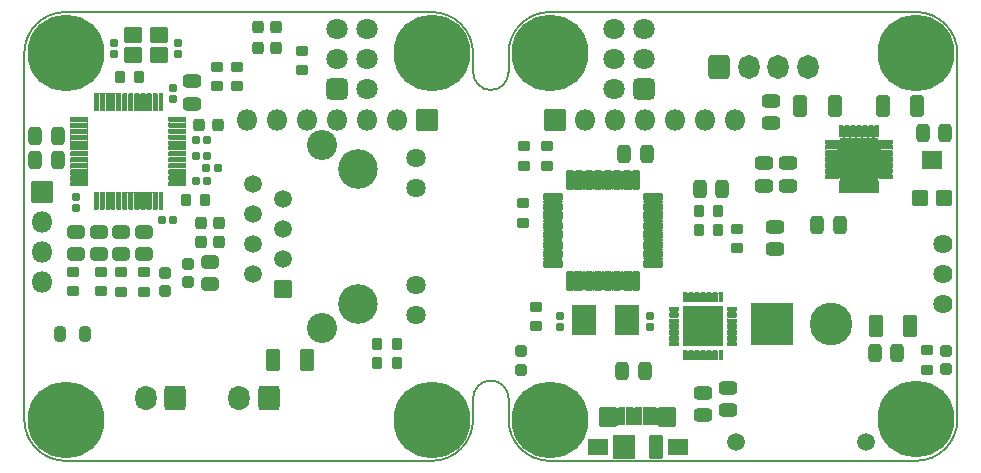
<source format=gbr>
%TF.GenerationSoftware,KiCad,Pcbnew,(6.0.1-0)*%
%TF.CreationDate,2022-02-22T17:31:54+01:00*%
%TF.ProjectId,ethersweep,65746865-7273-4776-9565-702e6b696361,2.0.1*%
%TF.SameCoordinates,Original*%
%TF.FileFunction,Soldermask,Top*%
%TF.FilePolarity,Negative*%
%FSLAX46Y46*%
G04 Gerber Fmt 4.6, Leading zero omitted, Abs format (unit mm)*
G04 Created by KiCad (PCBNEW (6.0.1-0)) date 2022-02-22 17:31:54*
%MOMM*%
%LPD*%
G01*
G04 APERTURE LIST*
G04 Aperture macros list*
%AMRoundRect*
0 Rectangle with rounded corners*
0 $1 Rounding radius*
0 $2 $3 $4 $5 $6 $7 $8 $9 X,Y pos of 4 corners*
0 Add a 4 corners polygon primitive as box body*
4,1,4,$2,$3,$4,$5,$6,$7,$8,$9,$2,$3,0*
0 Add four circle primitives for the rounded corners*
1,1,$1+$1,$2,$3*
1,1,$1+$1,$4,$5*
1,1,$1+$1,$6,$7*
1,1,$1+$1,$8,$9*
0 Add four rect primitives between the rounded corners*
20,1,$1+$1,$2,$3,$4,$5,0*
20,1,$1+$1,$4,$5,$6,$7,0*
20,1,$1+$1,$6,$7,$8,$9,0*
20,1,$1+$1,$8,$9,$2,$3,0*%
G04 Aperture macros list end*
%TA.AperFunction,Profile*%
%ADD10C,0.150000*%
%TD*%
%ADD11RoundRect,0.191000X-0.140000X-0.170000X0.140000X-0.170000X0.140000X0.170000X-0.140000X0.170000X0*%
%ADD12RoundRect,0.191000X-0.170000X0.140000X-0.170000X-0.140000X0.170000X-0.140000X0.170000X0.140000X0*%
%ADD13RoundRect,0.301000X0.475000X-0.250000X0.475000X0.250000X-0.475000X0.250000X-0.475000X-0.250000X0*%
%ADD14RoundRect,0.269750X-0.218750X-0.381250X0.218750X-0.381250X0.218750X0.381250X-0.218750X0.381250X0*%
%ADD15C,3.352000*%
%ADD16RoundRect,0.051000X-0.699000X0.699000X-0.699000X-0.699000X0.699000X-0.699000X0.699000X0.699000X0*%
%ADD17C,1.500000*%
%ADD18C,1.632000*%
%ADD19C,2.547000*%
%ADD20C,0.902000*%
%ADD21C,6.502000*%
%ADD22RoundRect,0.251000X0.200000X0.275000X-0.200000X0.275000X-0.200000X-0.275000X0.200000X-0.275000X0*%
%ADD23RoundRect,0.051000X-0.700000X-0.600000X0.700000X-0.600000X0.700000X0.600000X-0.700000X0.600000X0*%
%ADD24RoundRect,0.126000X0.075000X-0.662500X0.075000X0.662500X-0.075000X0.662500X-0.075000X-0.662500X0*%
%ADD25RoundRect,0.126000X0.662500X-0.075000X0.662500X0.075000X-0.662500X0.075000X-0.662500X-0.075000X0*%
%ADD26RoundRect,0.276000X-0.225000X-0.250000X0.225000X-0.250000X0.225000X0.250000X-0.225000X0.250000X0*%
%ADD27RoundRect,0.191000X0.170000X-0.140000X0.170000X0.140000X-0.170000X0.140000X-0.170000X-0.140000X0*%
%ADD28RoundRect,0.301000X0.600000X0.750000X-0.600000X0.750000X-0.600000X-0.750000X0.600000X-0.750000X0*%
%ADD29O,1.802000X2.102000*%
%ADD30RoundRect,0.251000X0.275000X-0.200000X0.275000X0.200000X-0.275000X0.200000X-0.275000X-0.200000X0*%
%ADD31RoundRect,0.301000X0.250000X0.475000X-0.250000X0.475000X-0.250000X-0.475000X0.250000X-0.475000X0*%
%ADD32RoundRect,0.300998X0.450002X-0.262502X0.450002X0.262502X-0.450002X0.262502X-0.450002X-0.262502X0*%
%ADD33RoundRect,0.276000X-0.250000X0.225000X-0.250000X-0.225000X0.250000X-0.225000X0.250000X0.225000X0*%
%ADD34RoundRect,0.276000X0.225000X0.250000X-0.225000X0.250000X-0.225000X-0.250000X0.225000X-0.250000X0*%
%ADD35RoundRect,0.300999X0.325001X0.650001X-0.325001X0.650001X-0.325001X-0.650001X0.325001X-0.650001X0*%
%ADD36RoundRect,0.276000X0.250000X-0.225000X0.250000X0.225000X-0.250000X0.225000X-0.250000X-0.225000X0*%
%ADD37RoundRect,0.300999X-0.325001X-0.650001X0.325001X-0.650001X0.325001X0.650001X-0.325001X0.650001X0*%
%ADD38RoundRect,0.301000X-0.250000X-0.475000X0.250000X-0.475000X0.250000X0.475000X-0.250000X0.475000X0*%
%ADD39RoundRect,0.251000X-0.200000X-0.275000X0.200000X-0.275000X0.200000X0.275000X-0.200000X0.275000X0*%
%ADD40RoundRect,0.051000X0.275000X-0.800000X0.275000X0.800000X-0.275000X0.800000X-0.275000X-0.800000X0*%
%ADD41RoundRect,0.051000X0.800000X0.275000X-0.800000X0.275000X-0.800000X-0.275000X0.800000X-0.275000X0*%
%ADD42RoundRect,0.301000X0.600000X0.600000X-0.600000X0.600000X-0.600000X-0.600000X0.600000X-0.600000X0*%
%ADD43C,1.802000*%
%ADD44RoundRect,0.051000X0.850000X-0.850000X0.850000X0.850000X-0.850000X0.850000X-0.850000X-0.850000X0*%
%ADD45O,1.802000X1.802000*%
%ADD46RoundRect,0.051000X1.000000X1.200000X-1.000000X1.200000X-1.000000X-1.200000X1.000000X-1.200000X0*%
%ADD47RoundRect,0.251000X-0.275000X0.200000X-0.275000X-0.200000X0.275000X-0.200000X0.275000X0.200000X0*%
%ADD48RoundRect,0.269750X-0.256250X0.218750X-0.256250X-0.218750X0.256250X-0.218750X0.256250X0.218750X0*%
%ADD49RoundRect,0.113500X-0.425000X-0.062500X0.425000X-0.062500X0.425000X0.062500X-0.425000X0.062500X0*%
%ADD50RoundRect,0.113500X-0.062500X-0.425000X0.062500X-0.425000X0.062500X0.425000X-0.062500X0.425000X0*%
%ADD51RoundRect,0.051000X-1.625000X-1.625000X1.625000X-1.625000X1.625000X1.625000X-1.625000X1.625000X0*%
%ADD52RoundRect,0.300997X-0.312503X-0.625003X0.312503X-0.625003X0.312503X0.625003X-0.312503X0.625003X0*%
%ADD53RoundRect,0.269750X0.218750X0.256250X-0.218750X0.256250X-0.218750X-0.256250X0.218750X-0.256250X0*%
%ADD54RoundRect,0.301000X-0.475000X0.250000X-0.475000X-0.250000X0.475000X-0.250000X0.475000X0.250000X0*%
%ADD55RoundRect,0.113500X0.062500X-0.337500X0.062500X0.337500X-0.062500X0.337500X-0.062500X-0.337500X0*%
%ADD56RoundRect,0.113500X0.337500X-0.062500X0.337500X0.062500X-0.337500X0.062500X-0.337500X-0.062500X0*%
%ADD57RoundRect,0.051000X1.675000X-1.675000X1.675000X1.675000X-1.675000X1.675000X-1.675000X-1.675000X0*%
%ADD58C,1.626000*%
%ADD59RoundRect,0.051000X-0.225000X-0.690000X0.225000X-0.690000X0.225000X0.690000X-0.225000X0.690000X0*%
%ADD60RoundRect,0.051000X-0.500000X-0.950000X0.500000X-0.950000X0.500000X0.950000X-0.500000X0.950000X0*%
%ADD61RoundRect,0.051000X-0.712500X-0.775000X0.712500X-0.775000X0.712500X0.775000X-0.712500X0.775000X0*%
%ADD62RoundRect,0.051000X-0.825000X-0.650000X0.825000X-0.650000X0.825000X0.650000X-0.825000X0.650000X0*%
%ADD63RoundRect,0.051000X-0.900000X-0.950000X0.900000X-0.950000X0.900000X0.950000X-0.900000X0.950000X0*%
%ADD64RoundRect,0.301000X-0.600000X-0.725000X0.600000X-0.725000X0.600000X0.725000X-0.600000X0.725000X0*%
%ADD65O,1.802000X2.052000*%
%ADD66C,1.502000*%
%ADD67RoundRect,0.051000X1.750000X1.750000X-1.750000X1.750000X-1.750000X-1.750000X1.750000X-1.750000X0*%
%ADD68C,3.602000*%
%ADD69RoundRect,0.300997X0.312503X0.625003X-0.312503X0.625003X-0.312503X-0.625003X0.312503X-0.625003X0*%
%ADD70RoundRect,0.051000X0.600000X-0.600000X0.600000X0.600000X-0.600000X0.600000X-0.600000X-0.600000X0*%
%ADD71RoundRect,0.051000X0.800000X-0.750000X0.800000X0.750000X-0.800000X0.750000X-0.800000X-0.750000X0*%
%ADD72RoundRect,0.301000X-0.600000X-0.600000X0.600000X-0.600000X0.600000X0.600000X-0.600000X0.600000X0*%
%ADD73RoundRect,0.051000X0.850000X0.850000X-0.850000X0.850000X-0.850000X-0.850000X0.850000X-0.850000X0*%
G04 APERTURE END LIST*
D10*
X184100000Y-31800000D02*
X184100000Y-30200000D01*
X184100000Y-60700000D02*
X184100000Y-59400000D01*
X180600000Y-26700000D02*
X149600000Y-26700000D01*
X149600000Y-26700000D02*
G75*
G03*
X146100000Y-30200000I-1J-3499999D01*
G01*
X184100000Y-30200000D02*
G75*
G03*
X180600000Y-26700000I-3499999J1D01*
G01*
X180600000Y-64700000D02*
G75*
G03*
X184100000Y-61200000I1J3499999D01*
G01*
X146100000Y-30200000D02*
X146100000Y-61200000D01*
X149600000Y-64700000D02*
X180600000Y-64700000D01*
X146100000Y-61200000D02*
G75*
G03*
X149600000Y-64700000I3499999J-1D01*
G01*
X184100000Y-61200000D02*
X184100000Y-60700000D01*
X225100000Y-61200000D02*
X225100000Y-30200000D01*
X190600000Y-64700000D02*
X221600000Y-64700000D01*
X187100000Y-61200000D02*
G75*
G03*
X190600000Y-64700000I3499999J-1D01*
G01*
X221600000Y-64700000D02*
G75*
G03*
X225100000Y-61200000I1J3499999D01*
G01*
X190600000Y-26700000D02*
G75*
G03*
X187100000Y-30200000I-1J-3499999D01*
G01*
X190600000Y-26700000D02*
X221600000Y-26700000D01*
X187100000Y-30200000D02*
X187100000Y-30700000D01*
X187100000Y-61200000D02*
X187100000Y-59400000D01*
X187100000Y-31800000D02*
X187100000Y-30700000D01*
X225100000Y-30200000D02*
G75*
G03*
X221600000Y-26700000I-3499999J1D01*
G01*
X184099404Y-31800002D02*
G75*
G03*
X187100000Y-31800000I1500298J-298D01*
G01*
X187100596Y-59399998D02*
G75*
G03*
X184100000Y-59400000I-1500298J298D01*
G01*
X184100000Y-31800000D02*
X184100000Y-30200000D01*
X184100000Y-60700000D02*
X184100000Y-59400000D01*
X180600000Y-26700000D02*
X149600000Y-26700000D01*
X149600000Y-26700000D02*
G75*
G03*
X146100000Y-30200000I-1J-3499999D01*
G01*
X184100000Y-30200000D02*
G75*
G03*
X180600000Y-26700000I-3499999J1D01*
G01*
X180600000Y-64700000D02*
G75*
G03*
X184100000Y-61200000I1J3499999D01*
G01*
X146100000Y-30200000D02*
X146100000Y-61200000D01*
X149600000Y-64700000D02*
X180600000Y-64700000D01*
X146100000Y-61200000D02*
G75*
G03*
X149600000Y-64700000I3499999J-1D01*
G01*
X184100000Y-61200000D02*
X184100000Y-60700000D01*
X225100000Y-61200000D02*
X225100000Y-30200000D01*
X190600000Y-64700000D02*
X221600000Y-64700000D01*
X187100000Y-61200000D02*
G75*
G03*
X190600000Y-64700000I3499999J-1D01*
G01*
X221600000Y-64700000D02*
G75*
G03*
X225100000Y-61200000I1J3499999D01*
G01*
X190600000Y-26700000D02*
G75*
G03*
X187100000Y-30200000I-1J-3499999D01*
G01*
X190600000Y-26700000D02*
X221600000Y-26700000D01*
X187100000Y-30200000D02*
X187100000Y-30700000D01*
X187100000Y-61200000D02*
X187100000Y-59400000D01*
X187100000Y-31800000D02*
X187100000Y-30700000D01*
X225100000Y-30200000D02*
G75*
G03*
X221600000Y-26700000I-3499999J1D01*
G01*
X184099404Y-31800002D02*
G75*
G03*
X187100000Y-31800000I1500298J-298D01*
G01*
X187100596Y-59399998D02*
G75*
G03*
X184100000Y-59400000I-1500298J298D01*
G01*
D11*
X157720000Y-44300000D03*
X158680000Y-44300000D03*
D12*
X150500000Y-42320000D03*
X150500000Y-43280000D03*
D13*
X160300000Y-34450000D03*
X160300000Y-32550000D03*
D14*
X149137500Y-54000000D03*
X151262500Y-54000000D03*
D15*
X174350000Y-51415000D03*
X174350000Y-39985000D03*
D16*
X168000000Y-50150000D03*
D17*
X165460000Y-48880000D03*
X168000000Y-47610000D03*
X165460000Y-46340000D03*
X168000000Y-45070000D03*
X165460000Y-43800000D03*
X168000000Y-42530000D03*
X165460000Y-41260000D03*
D18*
X179250000Y-52325000D03*
X179250000Y-49785000D03*
X179250000Y-41615000D03*
X179250000Y-39075000D03*
D19*
X171300000Y-53445000D03*
X171300000Y-37955000D03*
D20*
X182297056Y-31897056D03*
X180600000Y-32600000D03*
X180600000Y-27800000D03*
X178902944Y-28502944D03*
D21*
X180600000Y-30200000D03*
D20*
X178902944Y-31897056D03*
X183000000Y-30200000D03*
X178200000Y-30200000D03*
X182297056Y-28502944D03*
X149600000Y-32600000D03*
X149600000Y-27800000D03*
X147902944Y-28502944D03*
D21*
X149600000Y-30200000D03*
D20*
X151297056Y-31897056D03*
X151297056Y-28502944D03*
X147902944Y-31897056D03*
X152000000Y-30200000D03*
X147200000Y-30200000D03*
X147902944Y-59502944D03*
X151297056Y-62897056D03*
X147200000Y-61200000D03*
X149600000Y-58800000D03*
X151297056Y-59502944D03*
X152000000Y-61200000D03*
X149600000Y-63600000D03*
D21*
X149600000Y-61200000D03*
D20*
X147902944Y-62897056D03*
X182297056Y-59502944D03*
X180600000Y-58800000D03*
X180600000Y-63600000D03*
X178902944Y-62897056D03*
X183000000Y-61200000D03*
D21*
X180600000Y-61200000D03*
D20*
X182297056Y-62897056D03*
X178200000Y-61200000D03*
X178902944Y-59502944D03*
D22*
X177625000Y-56400000D03*
X175975000Y-56400000D03*
D23*
X155300000Y-30350000D03*
X157500000Y-30350000D03*
X157500000Y-28650000D03*
X155300000Y-28650000D03*
D11*
X160640000Y-37550000D03*
X161600000Y-37550000D03*
D24*
X152150000Y-42662500D03*
X152650000Y-42662500D03*
X153150000Y-42662500D03*
X153650000Y-42662500D03*
X154150000Y-42662500D03*
X154650000Y-42662500D03*
X155150000Y-42662500D03*
X155650000Y-42662500D03*
X156150000Y-42662500D03*
X156650000Y-42662500D03*
X157150000Y-42662500D03*
X157650000Y-42662500D03*
D25*
X159062500Y-41250000D03*
X159062500Y-40750000D03*
X159062500Y-40250000D03*
X159062500Y-39750000D03*
X159062500Y-39250000D03*
X159062500Y-38750000D03*
X159062500Y-38250000D03*
X159062500Y-37750000D03*
X159062500Y-37250000D03*
X159062500Y-36750000D03*
X159062500Y-36250000D03*
X159062500Y-35750000D03*
D24*
X157650000Y-34337500D03*
X157150000Y-34337500D03*
X156650000Y-34337500D03*
X156150000Y-34337500D03*
X155650000Y-34337500D03*
X155150000Y-34337500D03*
X154650000Y-34337500D03*
X154150000Y-34337500D03*
X153650000Y-34337500D03*
X153150000Y-34337500D03*
X152650000Y-34337500D03*
X152150000Y-34337500D03*
D25*
X150737500Y-35750000D03*
X150737500Y-36250000D03*
X150737500Y-36750000D03*
X150737500Y-37250000D03*
X150737500Y-37750000D03*
X150737500Y-38250000D03*
X150737500Y-38750000D03*
X150737500Y-39250000D03*
X150737500Y-39750000D03*
X150737500Y-40250000D03*
X150737500Y-40750000D03*
X150737500Y-41250000D03*
D26*
X160925000Y-36250000D03*
X162475000Y-36250000D03*
D22*
X177625000Y-54800000D03*
X175975000Y-54800000D03*
D27*
X153700000Y-30280000D03*
X153700000Y-29320000D03*
X159100000Y-30280000D03*
X159100000Y-29320000D03*
D28*
X158900000Y-59400000D03*
D29*
X156400000Y-59400000D03*
D28*
X166800000Y-59400000D03*
D29*
X164300000Y-59400000D03*
D30*
X169600000Y-31625000D03*
X169600000Y-29975000D03*
D31*
X148950000Y-37200000D03*
X147050000Y-37200000D03*
D27*
X158700000Y-34080000D03*
X158700000Y-33120000D03*
D11*
X161520000Y-39900000D03*
X162480000Y-39900000D03*
X160620000Y-38900000D03*
X161580000Y-38900000D03*
D30*
X156200000Y-50375000D03*
X156200000Y-48725000D03*
D32*
X156200000Y-47162500D03*
X156200000Y-45337500D03*
X154300000Y-47162500D03*
X154300000Y-45337500D03*
X152400000Y-47162500D03*
X152400000Y-45337500D03*
X150500000Y-47162500D03*
X150500000Y-45337500D03*
D33*
X158000000Y-48775000D03*
X158000000Y-50325000D03*
D11*
X160620000Y-41000000D03*
X161580000Y-41000000D03*
D34*
X162575000Y-44600000D03*
X161025000Y-44600000D03*
X162575000Y-46200000D03*
X161025000Y-46200000D03*
D31*
X148950000Y-39200000D03*
X147050000Y-39200000D03*
D35*
X170075000Y-56200000D03*
X167125000Y-56200000D03*
D36*
X160000000Y-49575000D03*
X160000000Y-48025000D03*
D37*
X218175000Y-53270000D03*
X221125000Y-53270000D03*
D38*
X218100000Y-55570000D03*
X220000000Y-55570000D03*
D22*
X204875000Y-45150000D03*
X203225000Y-45150000D03*
D39*
X203225000Y-43550000D03*
X204875000Y-43550000D03*
D40*
X192300000Y-49450000D03*
X193100000Y-49450000D03*
X193900000Y-49450000D03*
X194700000Y-49450000D03*
X195500000Y-49450000D03*
X196300000Y-49450000D03*
X197100000Y-49450000D03*
X197900000Y-49450000D03*
D41*
X199350000Y-48000000D03*
X199350000Y-47200000D03*
X199350000Y-46400000D03*
X199350000Y-45600000D03*
X199350000Y-44800000D03*
X199350000Y-44000000D03*
X199350000Y-43200000D03*
X199350000Y-42400000D03*
D40*
X197900000Y-40950000D03*
X197100000Y-40950000D03*
X196300000Y-40950000D03*
X195500000Y-40950000D03*
X194700000Y-40950000D03*
X193900000Y-40950000D03*
X193100000Y-40950000D03*
X192300000Y-40950000D03*
D41*
X190850000Y-42400000D03*
X190850000Y-43200000D03*
X190850000Y-44000000D03*
X190850000Y-44800000D03*
X190850000Y-45600000D03*
X190850000Y-46400000D03*
X190850000Y-47200000D03*
X190850000Y-48000000D03*
D13*
X209650000Y-46770000D03*
X209650000Y-44870000D03*
D20*
X193000000Y-30200000D03*
D21*
X190600000Y-30200000D03*
D20*
X192297056Y-31897056D03*
X190600000Y-32600000D03*
X188200000Y-30200000D03*
X190600000Y-27800000D03*
X192297056Y-28502944D03*
X188902944Y-28502944D03*
X188902944Y-31897056D03*
D27*
X191500000Y-53380000D03*
X191500000Y-52420000D03*
D38*
X196900000Y-38700000D03*
X198800000Y-38700000D03*
D12*
X199100000Y-52420000D03*
X199100000Y-53380000D03*
D20*
X223297056Y-31897056D03*
D21*
X221600000Y-30200000D03*
D20*
X221600000Y-32600000D03*
X219200000Y-30200000D03*
X224000000Y-30200000D03*
X219902944Y-28502944D03*
X221600000Y-27800000D03*
X219902944Y-31897056D03*
X223297056Y-28502944D03*
X188902944Y-62897056D03*
X192297056Y-59502944D03*
D21*
X190600000Y-61200000D03*
D20*
X188902944Y-59502944D03*
X193000000Y-61200000D03*
X190600000Y-63600000D03*
X192297056Y-62897056D03*
X190600000Y-58800000D03*
X188200000Y-61200000D03*
D42*
X198600000Y-33200000D03*
D43*
X196060000Y-33200000D03*
X198600000Y-30660000D03*
X196060000Y-30660000D03*
X198600000Y-28120000D03*
X196060000Y-28120000D03*
D20*
X219200000Y-61175001D03*
X224000000Y-61175001D03*
X219902944Y-59477945D03*
X219902944Y-62872057D03*
D21*
X221600000Y-61175001D03*
D20*
X223297056Y-62872057D03*
X223297056Y-59477945D03*
X221600000Y-58775001D03*
X221600000Y-63575001D03*
D44*
X191000000Y-35800000D03*
D45*
X193540000Y-35800000D03*
X196080000Y-35800000D03*
X198620000Y-35800000D03*
X201160000Y-35800000D03*
X203700000Y-35800000D03*
X206240000Y-35800000D03*
D46*
X197150000Y-52800000D03*
X193450000Y-52800000D03*
D30*
X190400000Y-39725000D03*
X190400000Y-38075000D03*
X188400000Y-39725000D03*
X188400000Y-38075000D03*
D47*
X206450000Y-45045000D03*
X206450000Y-46695000D03*
X188350000Y-42875000D03*
X188350000Y-44525000D03*
D48*
X188120000Y-55432500D03*
X188120000Y-57007500D03*
D49*
X214407500Y-37670000D03*
X214407500Y-38170000D03*
X214407500Y-38670000D03*
X214407500Y-39170000D03*
X214407500Y-39670000D03*
X214407500Y-40170000D03*
X214407500Y-40670000D03*
D50*
X215270000Y-41532500D03*
X215770000Y-41532500D03*
X216270000Y-41532500D03*
X216770000Y-41532500D03*
X217270000Y-41532500D03*
X217770000Y-41532500D03*
X218270000Y-41532500D03*
D49*
X219132500Y-40670000D03*
X219132500Y-40170000D03*
X219132500Y-39670000D03*
X219132500Y-39170000D03*
X219132500Y-38670000D03*
X219132500Y-38170000D03*
X219132500Y-37670000D03*
D50*
X218270000Y-36807500D03*
X217770000Y-36807500D03*
X217270000Y-36807500D03*
X216770000Y-36807500D03*
X216270000Y-36807500D03*
X215770000Y-36807500D03*
X215270000Y-36807500D03*
D51*
X216770000Y-39170000D03*
D52*
X218787500Y-34670000D03*
X221712500Y-34670000D03*
D31*
X215150000Y-44770000D03*
X213250000Y-44770000D03*
D13*
X208750000Y-41420000D03*
X208750000Y-39520000D03*
D47*
X189450000Y-51645000D03*
X189450000Y-53295000D03*
D32*
X161800000Y-49712500D03*
X161800000Y-47887500D03*
D22*
X155825000Y-32200000D03*
X154175000Y-32200000D03*
X161425000Y-42600000D03*
X159775000Y-42600000D03*
D30*
X150200000Y-50325000D03*
X150200000Y-48675000D03*
X152600000Y-50325000D03*
X152600000Y-48675000D03*
X154300000Y-50375000D03*
X154300000Y-48725000D03*
D53*
X167437500Y-27970000D03*
X165862500Y-27970000D03*
D30*
X164150000Y-32995000D03*
X164150000Y-31345000D03*
X162450000Y-32970000D03*
X162450000Y-31320000D03*
D53*
X167437500Y-29770000D03*
X165862500Y-29770000D03*
D38*
X203300000Y-41720000D03*
X205200000Y-41720000D03*
D54*
X203550000Y-58920000D03*
X203550000Y-60820000D03*
X205650000Y-58520000D03*
X205650000Y-60420000D03*
D38*
X196750000Y-57070000D03*
X198650000Y-57070000D03*
D55*
X202050000Y-55770000D03*
X202550000Y-55770000D03*
X203050000Y-55770000D03*
X203550000Y-55770000D03*
X204050000Y-55770000D03*
X204550000Y-55770000D03*
X205050000Y-55770000D03*
D56*
X206000000Y-54820000D03*
X206000000Y-54320000D03*
X206000000Y-53820000D03*
X206000000Y-53320000D03*
X206000000Y-52820000D03*
X206000000Y-52320000D03*
X206000000Y-51820000D03*
D55*
X205050000Y-50870000D03*
X204550000Y-50870000D03*
X204050000Y-50870000D03*
X203550000Y-50870000D03*
X203050000Y-50870000D03*
X202550000Y-50870000D03*
X202050000Y-50870000D03*
D56*
X201100000Y-51820000D03*
X201100000Y-52320000D03*
X201100000Y-52820000D03*
X201100000Y-53320000D03*
X201100000Y-53820000D03*
X201100000Y-54320000D03*
X201100000Y-54820000D03*
D57*
X203550000Y-53320000D03*
D58*
X223860000Y-51430000D03*
X223860000Y-48890000D03*
X223860000Y-46350000D03*
D13*
X209350000Y-36120000D03*
X209350000Y-34220000D03*
D38*
X222180000Y-36970000D03*
X224080000Y-36970000D03*
D48*
X224150000Y-55382500D03*
X224150000Y-56957500D03*
D59*
X196750000Y-60910000D03*
X197400000Y-60910000D03*
X198050000Y-60910000D03*
X198700000Y-60910000D03*
X199350000Y-60910000D03*
D60*
X199600000Y-63570000D03*
D61*
X195562500Y-60995000D03*
D62*
X194675000Y-63570000D03*
D61*
X200537500Y-60995000D03*
D63*
X196900000Y-63570000D03*
D62*
X201425000Y-63570000D03*
D64*
X204950000Y-31370000D03*
D65*
X207450000Y-31370000D03*
X209950000Y-31370000D03*
X212450000Y-31370000D03*
D66*
X217400000Y-63100000D03*
X206400000Y-63100000D03*
D67*
X209400000Y-53100000D03*
D68*
X214400000Y-53100000D03*
D69*
X214712500Y-34670000D03*
X211787500Y-34670000D03*
D54*
X210750000Y-39520000D03*
X210750000Y-41420000D03*
D70*
X221950000Y-42470000D03*
D71*
X222950000Y-39220000D03*
D70*
X223950000Y-42470000D03*
D47*
X222550000Y-55345000D03*
X222550000Y-56995000D03*
D72*
X172600000Y-33200000D03*
D43*
X175140000Y-33200000D03*
X172600000Y-30660000D03*
X175140000Y-30660000D03*
X172600000Y-28120000D03*
X175140000Y-28120000D03*
D73*
X147600000Y-41900000D03*
D45*
X147600000Y-44440000D03*
X147600000Y-46980000D03*
X147600000Y-49520000D03*
D44*
X180200000Y-35800000D03*
D45*
X177660000Y-35800000D03*
X175120000Y-35800000D03*
X172580000Y-35800000D03*
X170040000Y-35800000D03*
X167500000Y-35800000D03*
X164960000Y-35800000D03*
G36*
X196315660Y-60187493D02*
G01*
X196329452Y-60196709D01*
X196330615Y-60194969D01*
X196332409Y-60194084D01*
X196333560Y-60194545D01*
X196350952Y-60209078D01*
X196419670Y-60217704D01*
X196467288Y-60194918D01*
X196469282Y-60195072D01*
X196469814Y-60195611D01*
X196470548Y-60196709D01*
X196484340Y-60187493D01*
X196486336Y-60187362D01*
X196487447Y-60189025D01*
X196487114Y-60190267D01*
X196479767Y-60201262D01*
X196476000Y-60220199D01*
X196476000Y-61599801D01*
X196479767Y-61618738D01*
X196490380Y-61634620D01*
X196501376Y-61641968D01*
X196502261Y-61643762D01*
X196501150Y-61645425D01*
X196499875Y-61645593D01*
X196483605Y-61642357D01*
X196483585Y-61642460D01*
X196482266Y-61643964D01*
X196481025Y-61643979D01*
X196453196Y-61635264D01*
X196386406Y-61653585D01*
X196340077Y-61705159D01*
X196330777Y-61746142D01*
X196330216Y-61746748D01*
X196327962Y-61758080D01*
X196326643Y-61759584D01*
X196324681Y-61759194D01*
X196324000Y-61757690D01*
X196324000Y-60220199D01*
X196320233Y-60201262D01*
X196312886Y-60190267D01*
X196312755Y-60188271D01*
X196314418Y-60187160D01*
X196315660Y-60187493D01*
G37*
G36*
X199615660Y-60187493D02*
G01*
X199629452Y-60196709D01*
X199630615Y-60194969D01*
X199632409Y-60194084D01*
X199633560Y-60194545D01*
X199650952Y-60209078D01*
X199719670Y-60217704D01*
X199767288Y-60194918D01*
X199769282Y-60195072D01*
X199769814Y-60195611D01*
X199770548Y-60196709D01*
X199784340Y-60187493D01*
X199786336Y-60187362D01*
X199787447Y-60189025D01*
X199787114Y-60190267D01*
X199779767Y-60201262D01*
X199776000Y-60220199D01*
X199776000Y-61757681D01*
X199775000Y-61759413D01*
X199773000Y-61759413D01*
X199772038Y-61758071D01*
X199769942Y-61747534D01*
X199768885Y-61747175D01*
X199768470Y-61746419D01*
X199752405Y-61691707D01*
X199700062Y-61646352D01*
X199631443Y-61636486D01*
X199615986Y-61642409D01*
X199615660Y-61642503D01*
X199600126Y-61645592D01*
X199598232Y-61644949D01*
X199597842Y-61642987D01*
X199598625Y-61641967D01*
X199609620Y-61634620D01*
X199620233Y-61618738D01*
X199624000Y-61599801D01*
X199624000Y-60220199D01*
X199620233Y-60201262D01*
X199612886Y-60190267D01*
X199612755Y-60188271D01*
X199614418Y-60187160D01*
X199615660Y-60187493D01*
G37*
G36*
X199089633Y-60183517D02*
G01*
X199090197Y-60185436D01*
X199089916Y-60186075D01*
X199079767Y-60201263D01*
X199076000Y-60220199D01*
X199076000Y-61599801D01*
X199079767Y-61618738D01*
X199089814Y-61633773D01*
X199089945Y-61635768D01*
X199088282Y-61636880D01*
X199087553Y-61636793D01*
X199027212Y-61617898D01*
X198962310Y-61636955D01*
X198960367Y-61636483D01*
X198959803Y-61634564D01*
X198960084Y-61633925D01*
X198970233Y-61618737D01*
X198974000Y-61599801D01*
X198974000Y-60220199D01*
X198970233Y-60201262D01*
X198960186Y-60186227D01*
X198960055Y-60184232D01*
X198961718Y-60183120D01*
X198962447Y-60183207D01*
X199022788Y-60202102D01*
X199087690Y-60183045D01*
X199089633Y-60183517D01*
G37*
G36*
X198439633Y-60183517D02*
G01*
X198440197Y-60185436D01*
X198439916Y-60186075D01*
X198429767Y-60201263D01*
X198426000Y-60220199D01*
X198426000Y-61599801D01*
X198429767Y-61618738D01*
X198439814Y-61633773D01*
X198439945Y-61635768D01*
X198438282Y-61636880D01*
X198437553Y-61636793D01*
X198377212Y-61617898D01*
X198312310Y-61636955D01*
X198310367Y-61636483D01*
X198309803Y-61634564D01*
X198310084Y-61633925D01*
X198320233Y-61618737D01*
X198324000Y-61599801D01*
X198324000Y-60220199D01*
X198320233Y-60201262D01*
X198310186Y-60186227D01*
X198310055Y-60184232D01*
X198311718Y-60183120D01*
X198312447Y-60183207D01*
X198372788Y-60202102D01*
X198437690Y-60183045D01*
X198439633Y-60183517D01*
G37*
G36*
X197789633Y-60183517D02*
G01*
X197790197Y-60185436D01*
X197789916Y-60186075D01*
X197779767Y-60201263D01*
X197776000Y-60220199D01*
X197776000Y-61599801D01*
X197779767Y-61618738D01*
X197789814Y-61633773D01*
X197789945Y-61635768D01*
X197788282Y-61636880D01*
X197787553Y-61636793D01*
X197727212Y-61617898D01*
X197662310Y-61636955D01*
X197660367Y-61636483D01*
X197659803Y-61634564D01*
X197660084Y-61633925D01*
X197670233Y-61618737D01*
X197674000Y-61599801D01*
X197674000Y-60220199D01*
X197670233Y-60201262D01*
X197660186Y-60186227D01*
X197660055Y-60184232D01*
X197661718Y-60183120D01*
X197662447Y-60183207D01*
X197722788Y-60202102D01*
X197787690Y-60183045D01*
X197789633Y-60183517D01*
G37*
G36*
X197139633Y-60183517D02*
G01*
X197140197Y-60185436D01*
X197139916Y-60186075D01*
X197129767Y-60201263D01*
X197126000Y-60220199D01*
X197126000Y-61599801D01*
X197129767Y-61618738D01*
X197139814Y-61633773D01*
X197139945Y-61635768D01*
X197138282Y-61636880D01*
X197137553Y-61636793D01*
X197077212Y-61617898D01*
X197012310Y-61636955D01*
X197010367Y-61636483D01*
X197009803Y-61634564D01*
X197010084Y-61633925D01*
X197020233Y-61618737D01*
X197024000Y-61599801D01*
X197024000Y-60220199D01*
X197020233Y-60201262D01*
X197010186Y-60186227D01*
X197010055Y-60184232D01*
X197011718Y-60183120D01*
X197012447Y-60183207D01*
X197072788Y-60202102D01*
X197137690Y-60183045D01*
X197139633Y-60183517D01*
G37*
G36*
X202203894Y-55365456D02*
G01*
X202250945Y-55404777D01*
X202319661Y-55413408D01*
X202382291Y-55383444D01*
X202389798Y-55374781D01*
X202391688Y-55374127D01*
X202393199Y-55375437D01*
X202392972Y-55377202D01*
X202384525Y-55389844D01*
X202376000Y-55432699D01*
X202376000Y-56107301D01*
X202384525Y-56150156D01*
X202399052Y-56171898D01*
X202399183Y-56173894D01*
X202397520Y-56175005D01*
X202396106Y-56174544D01*
X202349055Y-56135223D01*
X202280339Y-56126592D01*
X202217709Y-56156556D01*
X202210202Y-56165219D01*
X202208312Y-56165873D01*
X202206801Y-56164563D01*
X202207028Y-56162798D01*
X202215475Y-56150156D01*
X202224000Y-56107301D01*
X202224000Y-55432699D01*
X202215475Y-55389844D01*
X202200948Y-55368102D01*
X202200817Y-55366106D01*
X202202480Y-55364995D01*
X202203894Y-55365456D01*
G37*
G36*
X203203894Y-55365456D02*
G01*
X203250945Y-55404777D01*
X203319661Y-55413408D01*
X203382291Y-55383444D01*
X203389798Y-55374781D01*
X203391688Y-55374127D01*
X203393199Y-55375437D01*
X203392972Y-55377202D01*
X203384525Y-55389844D01*
X203376000Y-55432699D01*
X203376000Y-56107301D01*
X203384525Y-56150156D01*
X203399052Y-56171898D01*
X203399183Y-56173894D01*
X203397520Y-56175005D01*
X203396106Y-56174544D01*
X203349055Y-56135223D01*
X203280339Y-56126592D01*
X203217709Y-56156556D01*
X203210202Y-56165219D01*
X203208312Y-56165873D01*
X203206801Y-56164563D01*
X203207028Y-56162798D01*
X203215475Y-56150156D01*
X203224000Y-56107301D01*
X203224000Y-55432699D01*
X203215475Y-55389844D01*
X203200948Y-55368102D01*
X203200817Y-55366106D01*
X203202480Y-55364995D01*
X203203894Y-55365456D01*
G37*
G36*
X204703894Y-55365456D02*
G01*
X204750945Y-55404777D01*
X204819661Y-55413408D01*
X204882291Y-55383444D01*
X204889798Y-55374781D01*
X204891688Y-55374127D01*
X204893199Y-55375437D01*
X204892972Y-55377202D01*
X204884525Y-55389844D01*
X204876000Y-55432699D01*
X204876000Y-56107301D01*
X204884525Y-56150156D01*
X204899052Y-56171898D01*
X204899183Y-56173894D01*
X204897520Y-56175005D01*
X204896106Y-56174544D01*
X204849055Y-56135223D01*
X204780339Y-56126592D01*
X204717709Y-56156556D01*
X204710202Y-56165219D01*
X204708312Y-56165873D01*
X204706801Y-56164563D01*
X204707028Y-56162798D01*
X204715475Y-56150156D01*
X204724000Y-56107301D01*
X204724000Y-55432699D01*
X204715475Y-55389844D01*
X204700948Y-55368102D01*
X204700817Y-55366106D01*
X204702480Y-55364995D01*
X204703894Y-55365456D01*
G37*
G36*
X203703894Y-55365456D02*
G01*
X203750945Y-55404777D01*
X203819661Y-55413408D01*
X203882291Y-55383444D01*
X203889798Y-55374781D01*
X203891688Y-55374127D01*
X203893199Y-55375437D01*
X203892972Y-55377202D01*
X203884525Y-55389844D01*
X203876000Y-55432699D01*
X203876000Y-56107301D01*
X203884525Y-56150156D01*
X203899052Y-56171898D01*
X203899183Y-56173894D01*
X203897520Y-56175005D01*
X203896106Y-56174544D01*
X203849055Y-56135223D01*
X203780339Y-56126592D01*
X203717709Y-56156556D01*
X203710202Y-56165219D01*
X203708312Y-56165873D01*
X203706801Y-56164563D01*
X203707028Y-56162798D01*
X203715475Y-56150156D01*
X203724000Y-56107301D01*
X203724000Y-55432699D01*
X203715475Y-55389844D01*
X203700948Y-55368102D01*
X203700817Y-55366106D01*
X203702480Y-55364995D01*
X203703894Y-55365456D01*
G37*
G36*
X204203894Y-55365456D02*
G01*
X204250945Y-55404777D01*
X204319661Y-55413408D01*
X204382291Y-55383444D01*
X204389798Y-55374781D01*
X204391688Y-55374127D01*
X204393199Y-55375437D01*
X204392972Y-55377202D01*
X204384525Y-55389844D01*
X204376000Y-55432699D01*
X204376000Y-56107301D01*
X204384525Y-56150156D01*
X204399052Y-56171898D01*
X204399183Y-56173894D01*
X204397520Y-56175005D01*
X204396106Y-56174544D01*
X204349055Y-56135223D01*
X204280339Y-56126592D01*
X204217709Y-56156556D01*
X204210202Y-56165219D01*
X204208312Y-56165873D01*
X204206801Y-56164563D01*
X204207028Y-56162798D01*
X204215475Y-56150156D01*
X204224000Y-56107301D01*
X204224000Y-55432699D01*
X204215475Y-55389844D01*
X204200948Y-55368102D01*
X204200817Y-55366106D01*
X204202480Y-55364995D01*
X204203894Y-55365456D01*
G37*
G36*
X202703894Y-55365456D02*
G01*
X202750945Y-55404777D01*
X202819661Y-55413408D01*
X202882291Y-55383444D01*
X202889798Y-55374781D01*
X202891688Y-55374127D01*
X202893199Y-55375437D01*
X202892972Y-55377202D01*
X202884525Y-55389844D01*
X202876000Y-55432699D01*
X202876000Y-56107301D01*
X202884525Y-56150156D01*
X202899052Y-56171898D01*
X202899183Y-56173894D01*
X202897520Y-56175005D01*
X202896106Y-56174544D01*
X202849055Y-56135223D01*
X202780339Y-56126592D01*
X202717709Y-56156556D01*
X202710202Y-56165219D01*
X202708312Y-56165873D01*
X202706801Y-56164563D01*
X202707028Y-56162798D01*
X202715475Y-56150156D01*
X202724000Y-56107301D01*
X202724000Y-55432699D01*
X202715475Y-55389844D01*
X202700948Y-55368102D01*
X202700817Y-55366106D01*
X202702480Y-55364995D01*
X202703894Y-55365456D01*
G37*
G36*
X201505005Y-54472480D02*
G01*
X201504544Y-54473894D01*
X201465223Y-54520945D01*
X201456592Y-54589661D01*
X201486556Y-54652291D01*
X201495219Y-54659798D01*
X201495873Y-54661688D01*
X201494563Y-54663199D01*
X201492798Y-54662972D01*
X201480156Y-54654525D01*
X201437301Y-54646000D01*
X200762699Y-54646000D01*
X200719844Y-54654525D01*
X200698102Y-54669052D01*
X200696106Y-54669183D01*
X200694995Y-54667520D01*
X200695456Y-54666106D01*
X200734777Y-54619055D01*
X200743408Y-54550339D01*
X200713444Y-54487709D01*
X200704781Y-54480202D01*
X200704127Y-54478312D01*
X200705437Y-54476801D01*
X200707202Y-54477028D01*
X200719844Y-54485475D01*
X200762699Y-54494000D01*
X201437301Y-54494000D01*
X201480156Y-54485475D01*
X201501898Y-54470948D01*
X201503894Y-54470817D01*
X201505005Y-54472480D01*
G37*
G36*
X206405005Y-54472480D02*
G01*
X206404544Y-54473894D01*
X206365223Y-54520945D01*
X206356592Y-54589661D01*
X206386556Y-54652291D01*
X206395219Y-54659798D01*
X206395873Y-54661688D01*
X206394563Y-54663199D01*
X206392798Y-54662972D01*
X206380156Y-54654525D01*
X206337301Y-54646000D01*
X205662699Y-54646000D01*
X205619844Y-54654525D01*
X205598102Y-54669052D01*
X205596106Y-54669183D01*
X205594995Y-54667520D01*
X205595456Y-54666106D01*
X205634777Y-54619055D01*
X205643408Y-54550339D01*
X205613444Y-54487709D01*
X205604781Y-54480202D01*
X205604127Y-54478312D01*
X205605437Y-54476801D01*
X205607202Y-54477028D01*
X205619844Y-54485475D01*
X205662699Y-54494000D01*
X206337301Y-54494000D01*
X206380156Y-54485475D01*
X206401898Y-54470948D01*
X206403894Y-54470817D01*
X206405005Y-54472480D01*
G37*
G36*
X201505005Y-53972480D02*
G01*
X201504544Y-53973894D01*
X201465223Y-54020945D01*
X201456592Y-54089661D01*
X201486556Y-54152291D01*
X201495219Y-54159798D01*
X201495873Y-54161688D01*
X201494563Y-54163199D01*
X201492798Y-54162972D01*
X201480156Y-54154525D01*
X201437301Y-54146000D01*
X200762699Y-54146000D01*
X200719844Y-54154525D01*
X200698102Y-54169052D01*
X200696106Y-54169183D01*
X200694995Y-54167520D01*
X200695456Y-54166106D01*
X200734777Y-54119055D01*
X200743408Y-54050339D01*
X200713444Y-53987709D01*
X200704781Y-53980202D01*
X200704127Y-53978312D01*
X200705437Y-53976801D01*
X200707202Y-53977028D01*
X200719844Y-53985475D01*
X200762699Y-53994000D01*
X201437301Y-53994000D01*
X201480156Y-53985475D01*
X201501898Y-53970948D01*
X201503894Y-53970817D01*
X201505005Y-53972480D01*
G37*
G36*
X206405005Y-53972480D02*
G01*
X206404544Y-53973894D01*
X206365223Y-54020945D01*
X206356592Y-54089661D01*
X206386556Y-54152291D01*
X206395219Y-54159798D01*
X206395873Y-54161688D01*
X206394563Y-54163199D01*
X206392798Y-54162972D01*
X206380156Y-54154525D01*
X206337301Y-54146000D01*
X205662699Y-54146000D01*
X205619844Y-54154525D01*
X205598102Y-54169052D01*
X205596106Y-54169183D01*
X205594995Y-54167520D01*
X205595456Y-54166106D01*
X205634777Y-54119055D01*
X205643408Y-54050339D01*
X205613444Y-53987709D01*
X205604781Y-53980202D01*
X205604127Y-53978312D01*
X205605437Y-53976801D01*
X205607202Y-53977028D01*
X205619844Y-53985475D01*
X205662699Y-53994000D01*
X206337301Y-53994000D01*
X206380156Y-53985475D01*
X206401898Y-53970948D01*
X206403894Y-53970817D01*
X206405005Y-53972480D01*
G37*
G36*
X201505005Y-53472480D02*
G01*
X201504544Y-53473894D01*
X201465223Y-53520945D01*
X201456592Y-53589661D01*
X201486556Y-53652291D01*
X201495219Y-53659798D01*
X201495873Y-53661688D01*
X201494563Y-53663199D01*
X201492798Y-53662972D01*
X201480156Y-53654525D01*
X201437301Y-53646000D01*
X200762699Y-53646000D01*
X200719844Y-53654525D01*
X200698102Y-53669052D01*
X200696106Y-53669183D01*
X200694995Y-53667520D01*
X200695456Y-53666106D01*
X200734777Y-53619055D01*
X200743408Y-53550339D01*
X200713444Y-53487709D01*
X200704781Y-53480202D01*
X200704127Y-53478312D01*
X200705437Y-53476801D01*
X200707202Y-53477028D01*
X200719844Y-53485475D01*
X200762699Y-53494000D01*
X201437301Y-53494000D01*
X201480156Y-53485475D01*
X201501898Y-53470948D01*
X201503894Y-53470817D01*
X201505005Y-53472480D01*
G37*
G36*
X206405005Y-53472480D02*
G01*
X206404544Y-53473894D01*
X206365223Y-53520945D01*
X206356592Y-53589661D01*
X206386556Y-53652291D01*
X206395219Y-53659798D01*
X206395873Y-53661688D01*
X206394563Y-53663199D01*
X206392798Y-53662972D01*
X206380156Y-53654525D01*
X206337301Y-53646000D01*
X205662699Y-53646000D01*
X205619844Y-53654525D01*
X205598102Y-53669052D01*
X205596106Y-53669183D01*
X205594995Y-53667520D01*
X205595456Y-53666106D01*
X205634777Y-53619055D01*
X205643408Y-53550339D01*
X205613444Y-53487709D01*
X205604781Y-53480202D01*
X205604127Y-53478312D01*
X205605437Y-53476801D01*
X205607202Y-53477028D01*
X205619844Y-53485475D01*
X205662699Y-53494000D01*
X206337301Y-53494000D01*
X206380156Y-53485475D01*
X206401898Y-53470948D01*
X206403894Y-53470817D01*
X206405005Y-53472480D01*
G37*
G36*
X201505005Y-52972480D02*
G01*
X201504544Y-52973894D01*
X201465223Y-53020945D01*
X201456592Y-53089661D01*
X201486556Y-53152291D01*
X201495219Y-53159798D01*
X201495873Y-53161688D01*
X201494563Y-53163199D01*
X201492798Y-53162972D01*
X201480156Y-53154525D01*
X201437301Y-53146000D01*
X200762699Y-53146000D01*
X200719844Y-53154525D01*
X200698102Y-53169052D01*
X200696106Y-53169183D01*
X200694995Y-53167520D01*
X200695456Y-53166106D01*
X200734777Y-53119055D01*
X200743408Y-53050339D01*
X200713444Y-52987709D01*
X200704781Y-52980202D01*
X200704127Y-52978312D01*
X200705437Y-52976801D01*
X200707202Y-52977028D01*
X200719844Y-52985475D01*
X200762699Y-52994000D01*
X201437301Y-52994000D01*
X201480156Y-52985475D01*
X201501898Y-52970948D01*
X201503894Y-52970817D01*
X201505005Y-52972480D01*
G37*
G36*
X206405005Y-52972480D02*
G01*
X206404544Y-52973894D01*
X206365223Y-53020945D01*
X206356592Y-53089661D01*
X206386556Y-53152291D01*
X206395219Y-53159798D01*
X206395873Y-53161688D01*
X206394563Y-53163199D01*
X206392798Y-53162972D01*
X206380156Y-53154525D01*
X206337301Y-53146000D01*
X205662699Y-53146000D01*
X205619844Y-53154525D01*
X205598102Y-53169052D01*
X205596106Y-53169183D01*
X205594995Y-53167520D01*
X205595456Y-53166106D01*
X205634777Y-53119055D01*
X205643408Y-53050339D01*
X205613444Y-52987709D01*
X205604781Y-52980202D01*
X205604127Y-52978312D01*
X205605437Y-52976801D01*
X205607202Y-52977028D01*
X205619844Y-52985475D01*
X205662699Y-52994000D01*
X206337301Y-52994000D01*
X206380156Y-52985475D01*
X206401898Y-52970948D01*
X206403894Y-52970817D01*
X206405005Y-52972480D01*
G37*
G36*
X201505005Y-52472480D02*
G01*
X201504544Y-52473894D01*
X201465223Y-52520945D01*
X201456592Y-52589661D01*
X201486556Y-52652291D01*
X201495219Y-52659798D01*
X201495873Y-52661688D01*
X201494563Y-52663199D01*
X201492798Y-52662972D01*
X201480156Y-52654525D01*
X201437301Y-52646000D01*
X200762699Y-52646000D01*
X200719844Y-52654525D01*
X200698102Y-52669052D01*
X200696106Y-52669183D01*
X200694995Y-52667520D01*
X200695456Y-52666106D01*
X200734777Y-52619055D01*
X200743408Y-52550339D01*
X200713444Y-52487709D01*
X200704781Y-52480202D01*
X200704127Y-52478312D01*
X200705437Y-52476801D01*
X200707202Y-52477028D01*
X200719844Y-52485475D01*
X200762699Y-52494000D01*
X201437301Y-52494000D01*
X201480156Y-52485475D01*
X201501898Y-52470948D01*
X201503894Y-52470817D01*
X201505005Y-52472480D01*
G37*
G36*
X206405005Y-52472480D02*
G01*
X206404544Y-52473894D01*
X206365223Y-52520945D01*
X206356592Y-52589661D01*
X206386556Y-52652291D01*
X206395219Y-52659798D01*
X206395873Y-52661688D01*
X206394563Y-52663199D01*
X206392798Y-52662972D01*
X206380156Y-52654525D01*
X206337301Y-52646000D01*
X205662699Y-52646000D01*
X205619844Y-52654525D01*
X205598102Y-52669052D01*
X205596106Y-52669183D01*
X205594995Y-52667520D01*
X205595456Y-52666106D01*
X205634777Y-52619055D01*
X205643408Y-52550339D01*
X205613444Y-52487709D01*
X205604781Y-52480202D01*
X205604127Y-52478312D01*
X205605437Y-52476801D01*
X205607202Y-52477028D01*
X205619844Y-52485475D01*
X205662699Y-52494000D01*
X206337301Y-52494000D01*
X206380156Y-52485475D01*
X206401898Y-52470948D01*
X206403894Y-52470817D01*
X206405005Y-52472480D01*
G37*
G36*
X206405005Y-51972480D02*
G01*
X206404544Y-51973894D01*
X206365223Y-52020945D01*
X206356592Y-52089661D01*
X206386556Y-52152291D01*
X206395219Y-52159798D01*
X206395873Y-52161688D01*
X206394563Y-52163199D01*
X206392798Y-52162972D01*
X206380156Y-52154525D01*
X206337301Y-52146000D01*
X205662699Y-52146000D01*
X205619844Y-52154525D01*
X205598102Y-52169052D01*
X205596106Y-52169183D01*
X205594995Y-52167520D01*
X205595456Y-52166106D01*
X205634777Y-52119055D01*
X205643408Y-52050339D01*
X205613444Y-51987709D01*
X205604781Y-51980202D01*
X205604127Y-51978312D01*
X205605437Y-51976801D01*
X205607202Y-51977028D01*
X205619844Y-51985475D01*
X205662699Y-51994000D01*
X206337301Y-51994000D01*
X206380156Y-51985475D01*
X206401898Y-51970948D01*
X206403894Y-51970817D01*
X206405005Y-51972480D01*
G37*
G36*
X201505005Y-51972480D02*
G01*
X201504544Y-51973894D01*
X201465223Y-52020945D01*
X201456592Y-52089661D01*
X201486556Y-52152291D01*
X201495219Y-52159798D01*
X201495873Y-52161688D01*
X201494563Y-52163199D01*
X201492798Y-52162972D01*
X201480156Y-52154525D01*
X201437301Y-52146000D01*
X200762699Y-52146000D01*
X200719844Y-52154525D01*
X200698102Y-52169052D01*
X200696106Y-52169183D01*
X200694995Y-52167520D01*
X200695456Y-52166106D01*
X200734777Y-52119055D01*
X200743408Y-52050339D01*
X200713444Y-51987709D01*
X200704781Y-51980202D01*
X200704127Y-51978312D01*
X200705437Y-51976801D01*
X200707202Y-51977028D01*
X200719844Y-51985475D01*
X200762699Y-51994000D01*
X201437301Y-51994000D01*
X201480156Y-51985475D01*
X201501898Y-51970948D01*
X201503894Y-51970817D01*
X201505005Y-51972480D01*
G37*
G36*
X202203894Y-50465456D02*
G01*
X202250945Y-50504777D01*
X202319661Y-50513408D01*
X202382291Y-50483444D01*
X202389798Y-50474781D01*
X202391688Y-50474127D01*
X202393199Y-50475437D01*
X202392972Y-50477202D01*
X202384525Y-50489844D01*
X202376000Y-50532699D01*
X202376000Y-51207301D01*
X202384525Y-51250156D01*
X202399052Y-51271898D01*
X202399183Y-51273894D01*
X202397520Y-51275005D01*
X202396106Y-51274544D01*
X202349055Y-51235223D01*
X202280339Y-51226592D01*
X202217709Y-51256556D01*
X202210202Y-51265219D01*
X202208312Y-51265873D01*
X202206801Y-51264563D01*
X202207028Y-51262798D01*
X202215475Y-51250156D01*
X202224000Y-51207301D01*
X202224000Y-50532699D01*
X202215475Y-50489844D01*
X202200948Y-50468102D01*
X202200817Y-50466106D01*
X202202480Y-50464995D01*
X202203894Y-50465456D01*
G37*
G36*
X203203894Y-50465456D02*
G01*
X203250945Y-50504777D01*
X203319661Y-50513408D01*
X203382291Y-50483444D01*
X203389798Y-50474781D01*
X203391688Y-50474127D01*
X203393199Y-50475437D01*
X203392972Y-50477202D01*
X203384525Y-50489844D01*
X203376000Y-50532699D01*
X203376000Y-51207301D01*
X203384525Y-51250156D01*
X203399052Y-51271898D01*
X203399183Y-51273894D01*
X203397520Y-51275005D01*
X203396106Y-51274544D01*
X203349055Y-51235223D01*
X203280339Y-51226592D01*
X203217709Y-51256556D01*
X203210202Y-51265219D01*
X203208312Y-51265873D01*
X203206801Y-51264563D01*
X203207028Y-51262798D01*
X203215475Y-51250156D01*
X203224000Y-51207301D01*
X203224000Y-50532699D01*
X203215475Y-50489844D01*
X203200948Y-50468102D01*
X203200817Y-50466106D01*
X203202480Y-50464995D01*
X203203894Y-50465456D01*
G37*
G36*
X204203894Y-50465456D02*
G01*
X204250945Y-50504777D01*
X204319661Y-50513408D01*
X204382291Y-50483444D01*
X204389798Y-50474781D01*
X204391688Y-50474127D01*
X204393199Y-50475437D01*
X204392972Y-50477202D01*
X204384525Y-50489844D01*
X204376000Y-50532699D01*
X204376000Y-51207301D01*
X204384525Y-51250156D01*
X204399052Y-51271898D01*
X204399183Y-51273894D01*
X204397520Y-51275005D01*
X204396106Y-51274544D01*
X204349055Y-51235223D01*
X204280339Y-51226592D01*
X204217709Y-51256556D01*
X204210202Y-51265219D01*
X204208312Y-51265873D01*
X204206801Y-51264563D01*
X204207028Y-51262798D01*
X204215475Y-51250156D01*
X204224000Y-51207301D01*
X204224000Y-50532699D01*
X204215475Y-50489844D01*
X204200948Y-50468102D01*
X204200817Y-50466106D01*
X204202480Y-50464995D01*
X204203894Y-50465456D01*
G37*
G36*
X203703894Y-50465456D02*
G01*
X203750945Y-50504777D01*
X203819661Y-50513408D01*
X203882291Y-50483444D01*
X203889798Y-50474781D01*
X203891688Y-50474127D01*
X203893199Y-50475437D01*
X203892972Y-50477202D01*
X203884525Y-50489844D01*
X203876000Y-50532699D01*
X203876000Y-51207301D01*
X203884525Y-51250156D01*
X203899052Y-51271898D01*
X203899183Y-51273894D01*
X203897520Y-51275005D01*
X203896106Y-51274544D01*
X203849055Y-51235223D01*
X203780339Y-51226592D01*
X203717709Y-51256556D01*
X203710202Y-51265219D01*
X203708312Y-51265873D01*
X203706801Y-51264563D01*
X203707028Y-51262798D01*
X203715475Y-51250156D01*
X203724000Y-51207301D01*
X203724000Y-50532699D01*
X203715475Y-50489844D01*
X203700948Y-50468102D01*
X203700817Y-50466106D01*
X203702480Y-50464995D01*
X203703894Y-50465456D01*
G37*
G36*
X204703894Y-50465456D02*
G01*
X204750945Y-50504777D01*
X204819661Y-50513408D01*
X204882291Y-50483444D01*
X204889798Y-50474781D01*
X204891688Y-50474127D01*
X204893199Y-50475437D01*
X204892972Y-50477202D01*
X204884525Y-50489844D01*
X204876000Y-50532699D01*
X204876000Y-51207301D01*
X204884525Y-51250156D01*
X204899052Y-51271898D01*
X204899183Y-51273894D01*
X204897520Y-51275005D01*
X204896106Y-51274544D01*
X204849055Y-51235223D01*
X204780339Y-51226592D01*
X204717709Y-51256556D01*
X204710202Y-51265219D01*
X204708312Y-51265873D01*
X204706801Y-51264563D01*
X204707028Y-51262798D01*
X204715475Y-51250156D01*
X204724000Y-51207301D01*
X204724000Y-50532699D01*
X204715475Y-50489844D01*
X204700948Y-50468102D01*
X204700817Y-50466106D01*
X204702480Y-50464995D01*
X204703894Y-50465456D01*
G37*
G36*
X202703894Y-50465456D02*
G01*
X202750945Y-50504777D01*
X202819661Y-50513408D01*
X202882291Y-50483444D01*
X202889798Y-50474781D01*
X202891688Y-50474127D01*
X202893199Y-50475437D01*
X202892972Y-50477202D01*
X202884525Y-50489844D01*
X202876000Y-50532699D01*
X202876000Y-51207301D01*
X202884525Y-51250156D01*
X202899052Y-51271898D01*
X202899183Y-51273894D01*
X202897520Y-51275005D01*
X202896106Y-51274544D01*
X202849055Y-51235223D01*
X202780339Y-51226592D01*
X202717709Y-51256556D01*
X202710202Y-51265219D01*
X202708312Y-51265873D01*
X202706801Y-51264563D01*
X202707028Y-51262798D01*
X202715475Y-51250156D01*
X202724000Y-51207301D01*
X202724000Y-50532699D01*
X202715475Y-50489844D01*
X202700948Y-50468102D01*
X202700817Y-50466106D01*
X202702480Y-50464995D01*
X202703894Y-50465456D01*
G37*
G36*
X195015660Y-48617493D02*
G01*
X195029452Y-48626709D01*
X195030615Y-48624969D01*
X195032409Y-48624084D01*
X195033560Y-48624545D01*
X195050952Y-48639078D01*
X195119670Y-48647704D01*
X195167288Y-48624918D01*
X195169282Y-48625072D01*
X195169814Y-48625611D01*
X195170548Y-48626709D01*
X195184340Y-48617493D01*
X195186336Y-48617362D01*
X195187447Y-48619025D01*
X195187114Y-48620267D01*
X195179767Y-48631262D01*
X195176000Y-48650199D01*
X195176000Y-50249801D01*
X195179767Y-50268738D01*
X195187114Y-50279733D01*
X195187245Y-50281729D01*
X195185582Y-50282840D01*
X195184340Y-50282507D01*
X195170548Y-50273291D01*
X195169385Y-50275031D01*
X195167591Y-50275916D01*
X195166440Y-50275455D01*
X195149048Y-50260922D01*
X195080330Y-50252296D01*
X195032712Y-50275082D01*
X195030718Y-50274928D01*
X195030186Y-50274389D01*
X195029452Y-50273291D01*
X195015660Y-50282507D01*
X195013664Y-50282638D01*
X195012553Y-50280975D01*
X195012886Y-50279733D01*
X195020233Y-50268738D01*
X195024000Y-50249801D01*
X195024000Y-48650199D01*
X195020233Y-48631262D01*
X195012886Y-48620267D01*
X195012755Y-48618271D01*
X195014418Y-48617160D01*
X195015660Y-48617493D01*
G37*
G36*
X193415660Y-48617493D02*
G01*
X193429452Y-48626709D01*
X193430615Y-48624969D01*
X193432409Y-48624084D01*
X193433560Y-48624545D01*
X193450952Y-48639078D01*
X193519670Y-48647704D01*
X193567288Y-48624918D01*
X193569282Y-48625072D01*
X193569814Y-48625611D01*
X193570548Y-48626709D01*
X193584340Y-48617493D01*
X193586336Y-48617362D01*
X193587447Y-48619025D01*
X193587114Y-48620267D01*
X193579767Y-48631262D01*
X193576000Y-48650199D01*
X193576000Y-50249801D01*
X193579767Y-50268738D01*
X193587114Y-50279733D01*
X193587245Y-50281729D01*
X193585582Y-50282840D01*
X193584340Y-50282507D01*
X193570548Y-50273291D01*
X193569385Y-50275031D01*
X193567591Y-50275916D01*
X193566440Y-50275455D01*
X193549048Y-50260922D01*
X193480330Y-50252296D01*
X193432712Y-50275082D01*
X193430718Y-50274928D01*
X193430186Y-50274389D01*
X193429452Y-50273291D01*
X193415660Y-50282507D01*
X193413664Y-50282638D01*
X193412553Y-50280975D01*
X193412886Y-50279733D01*
X193420233Y-50268738D01*
X193424000Y-50249801D01*
X193424000Y-48650199D01*
X193420233Y-48631262D01*
X193412886Y-48620267D01*
X193412755Y-48618271D01*
X193414418Y-48617160D01*
X193415660Y-48617493D01*
G37*
G36*
X195815660Y-48617493D02*
G01*
X195829452Y-48626709D01*
X195830615Y-48624969D01*
X195832409Y-48624084D01*
X195833560Y-48624545D01*
X195850952Y-48639078D01*
X195919670Y-48647704D01*
X195967288Y-48624918D01*
X195969282Y-48625072D01*
X195969814Y-48625611D01*
X195970548Y-48626709D01*
X195984340Y-48617493D01*
X195986336Y-48617362D01*
X195987447Y-48619025D01*
X195987114Y-48620267D01*
X195979767Y-48631262D01*
X195976000Y-48650199D01*
X195976000Y-50249801D01*
X195979767Y-50268738D01*
X195987114Y-50279733D01*
X195987245Y-50281729D01*
X195985582Y-50282840D01*
X195984340Y-50282507D01*
X195970548Y-50273291D01*
X195969385Y-50275031D01*
X195967591Y-50275916D01*
X195966440Y-50275455D01*
X195949048Y-50260922D01*
X195880330Y-50252296D01*
X195832712Y-50275082D01*
X195830718Y-50274928D01*
X195830186Y-50274389D01*
X195829452Y-50273291D01*
X195815660Y-50282507D01*
X195813664Y-50282638D01*
X195812553Y-50280975D01*
X195812886Y-50279733D01*
X195820233Y-50268738D01*
X195824000Y-50249801D01*
X195824000Y-48650199D01*
X195820233Y-48631262D01*
X195812886Y-48620267D01*
X195812755Y-48618271D01*
X195814418Y-48617160D01*
X195815660Y-48617493D01*
G37*
G36*
X194215660Y-48617493D02*
G01*
X194229452Y-48626709D01*
X194230615Y-48624969D01*
X194232409Y-48624084D01*
X194233560Y-48624545D01*
X194250952Y-48639078D01*
X194319670Y-48647704D01*
X194367288Y-48624918D01*
X194369282Y-48625072D01*
X194369814Y-48625611D01*
X194370548Y-48626709D01*
X194384340Y-48617493D01*
X194386336Y-48617362D01*
X194387447Y-48619025D01*
X194387114Y-48620267D01*
X194379767Y-48631262D01*
X194376000Y-48650199D01*
X194376000Y-50249801D01*
X194379767Y-50268738D01*
X194387114Y-50279733D01*
X194387245Y-50281729D01*
X194385582Y-50282840D01*
X194384340Y-50282507D01*
X194370548Y-50273291D01*
X194369385Y-50275031D01*
X194367591Y-50275916D01*
X194366440Y-50275455D01*
X194349048Y-50260922D01*
X194280330Y-50252296D01*
X194232712Y-50275082D01*
X194230718Y-50274928D01*
X194230186Y-50274389D01*
X194229452Y-50273291D01*
X194215660Y-50282507D01*
X194213664Y-50282638D01*
X194212553Y-50280975D01*
X194212886Y-50279733D01*
X194220233Y-50268738D01*
X194224000Y-50249801D01*
X194224000Y-48650199D01*
X194220233Y-48631262D01*
X194212886Y-48620267D01*
X194212755Y-48618271D01*
X194214418Y-48617160D01*
X194215660Y-48617493D01*
G37*
G36*
X196615660Y-48617493D02*
G01*
X196629452Y-48626709D01*
X196630615Y-48624969D01*
X196632409Y-48624084D01*
X196633560Y-48624545D01*
X196650952Y-48639078D01*
X196719670Y-48647704D01*
X196767288Y-48624918D01*
X196769282Y-48625072D01*
X196769814Y-48625611D01*
X196770548Y-48626709D01*
X196784340Y-48617493D01*
X196786336Y-48617362D01*
X196787447Y-48619025D01*
X196787114Y-48620267D01*
X196779767Y-48631262D01*
X196776000Y-48650199D01*
X196776000Y-50249801D01*
X196779767Y-50268738D01*
X196787114Y-50279733D01*
X196787245Y-50281729D01*
X196785582Y-50282840D01*
X196784340Y-50282507D01*
X196770548Y-50273291D01*
X196769385Y-50275031D01*
X196767591Y-50275916D01*
X196766440Y-50275455D01*
X196749048Y-50260922D01*
X196680330Y-50252296D01*
X196632712Y-50275082D01*
X196630718Y-50274928D01*
X196630186Y-50274389D01*
X196629452Y-50273291D01*
X196615660Y-50282507D01*
X196613664Y-50282638D01*
X196612553Y-50280975D01*
X196612886Y-50279733D01*
X196620233Y-50268738D01*
X196624000Y-50249801D01*
X196624000Y-48650199D01*
X196620233Y-48631262D01*
X196612886Y-48620267D01*
X196612755Y-48618271D01*
X196614418Y-48617160D01*
X196615660Y-48617493D01*
G37*
G36*
X197415660Y-48617493D02*
G01*
X197429452Y-48626709D01*
X197430615Y-48624969D01*
X197432409Y-48624084D01*
X197433560Y-48624545D01*
X197450952Y-48639078D01*
X197519670Y-48647704D01*
X197567288Y-48624918D01*
X197569282Y-48625072D01*
X197569814Y-48625611D01*
X197570548Y-48626709D01*
X197584340Y-48617493D01*
X197586336Y-48617362D01*
X197587447Y-48619025D01*
X197587114Y-48620267D01*
X197579767Y-48631262D01*
X197576000Y-48650199D01*
X197576000Y-50249801D01*
X197579767Y-50268738D01*
X197587114Y-50279733D01*
X197587245Y-50281729D01*
X197585582Y-50282840D01*
X197584340Y-50282507D01*
X197570548Y-50273291D01*
X197569385Y-50275031D01*
X197567591Y-50275916D01*
X197566440Y-50275455D01*
X197549048Y-50260922D01*
X197480330Y-50252296D01*
X197432712Y-50275082D01*
X197430718Y-50274928D01*
X197430186Y-50274389D01*
X197429452Y-50273291D01*
X197415660Y-50282507D01*
X197413664Y-50282638D01*
X197412553Y-50280975D01*
X197412886Y-50279733D01*
X197420233Y-50268738D01*
X197424000Y-50249801D01*
X197424000Y-48650199D01*
X197420233Y-48631262D01*
X197412886Y-48620267D01*
X197412755Y-48618271D01*
X197414418Y-48617160D01*
X197415660Y-48617493D01*
G37*
G36*
X192615660Y-48617493D02*
G01*
X192629452Y-48626709D01*
X192630615Y-48624969D01*
X192632409Y-48624084D01*
X192633560Y-48624545D01*
X192650952Y-48639078D01*
X192719670Y-48647704D01*
X192767288Y-48624918D01*
X192769282Y-48625072D01*
X192769814Y-48625611D01*
X192770548Y-48626709D01*
X192784340Y-48617493D01*
X192786336Y-48617362D01*
X192787447Y-48619025D01*
X192787114Y-48620267D01*
X192779767Y-48631262D01*
X192776000Y-48650199D01*
X192776000Y-50249801D01*
X192779767Y-50268738D01*
X192787114Y-50279733D01*
X192787245Y-50281729D01*
X192785582Y-50282840D01*
X192784340Y-50282507D01*
X192770548Y-50273291D01*
X192769385Y-50275031D01*
X192767591Y-50275916D01*
X192766440Y-50275455D01*
X192749048Y-50260922D01*
X192680330Y-50252296D01*
X192632712Y-50275082D01*
X192630718Y-50274928D01*
X192630186Y-50274389D01*
X192629452Y-50273291D01*
X192615660Y-50282507D01*
X192613664Y-50282638D01*
X192612553Y-50280975D01*
X192612886Y-50279733D01*
X192620233Y-50268738D01*
X192624000Y-50249801D01*
X192624000Y-48650199D01*
X192620233Y-48631262D01*
X192612886Y-48620267D01*
X192612755Y-48618271D01*
X192614418Y-48617160D01*
X192615660Y-48617493D01*
G37*
G36*
X198520267Y-47512886D02*
G01*
X198531262Y-47520233D01*
X198550199Y-47524000D01*
X200149801Y-47524000D01*
X200168738Y-47520233D01*
X200179733Y-47512886D01*
X200181729Y-47512755D01*
X200182840Y-47514418D01*
X200182507Y-47515660D01*
X200173291Y-47529452D01*
X200175031Y-47530615D01*
X200175916Y-47532409D01*
X200175455Y-47533560D01*
X200160922Y-47550952D01*
X200152296Y-47619670D01*
X200175082Y-47667288D01*
X200174928Y-47669282D01*
X200174389Y-47669814D01*
X200173291Y-47670548D01*
X200182507Y-47684340D01*
X200182638Y-47686336D01*
X200180975Y-47687447D01*
X200179733Y-47687114D01*
X200168738Y-47679767D01*
X200149801Y-47676000D01*
X198550199Y-47676000D01*
X198531262Y-47679767D01*
X198520267Y-47687114D01*
X198518271Y-47687245D01*
X198517160Y-47685582D01*
X198517493Y-47684340D01*
X198526709Y-47670548D01*
X198524969Y-47669385D01*
X198524084Y-47667591D01*
X198524545Y-47666440D01*
X198539078Y-47649048D01*
X198547704Y-47580330D01*
X198524918Y-47532712D01*
X198525072Y-47530718D01*
X198525611Y-47530186D01*
X198526709Y-47529452D01*
X198517493Y-47515660D01*
X198517362Y-47513664D01*
X198519025Y-47512553D01*
X198520267Y-47512886D01*
G37*
G36*
X190020267Y-47512886D02*
G01*
X190031262Y-47520233D01*
X190050199Y-47524000D01*
X191649801Y-47524000D01*
X191668738Y-47520233D01*
X191679733Y-47512886D01*
X191681729Y-47512755D01*
X191682840Y-47514418D01*
X191682507Y-47515660D01*
X191673291Y-47529452D01*
X191675031Y-47530615D01*
X191675916Y-47532409D01*
X191675455Y-47533560D01*
X191660922Y-47550952D01*
X191652296Y-47619670D01*
X191675082Y-47667288D01*
X191674928Y-47669282D01*
X191674389Y-47669814D01*
X191673291Y-47670548D01*
X191682507Y-47684340D01*
X191682638Y-47686336D01*
X191680975Y-47687447D01*
X191679733Y-47687114D01*
X191668738Y-47679767D01*
X191649801Y-47676000D01*
X190050199Y-47676000D01*
X190031262Y-47679767D01*
X190020267Y-47687114D01*
X190018271Y-47687245D01*
X190017160Y-47685582D01*
X190017493Y-47684340D01*
X190026709Y-47670548D01*
X190024969Y-47669385D01*
X190024084Y-47667591D01*
X190024545Y-47666440D01*
X190039078Y-47649048D01*
X190047704Y-47580330D01*
X190024918Y-47532712D01*
X190025072Y-47530718D01*
X190025611Y-47530186D01*
X190026709Y-47529452D01*
X190017493Y-47515660D01*
X190017362Y-47513664D01*
X190019025Y-47512553D01*
X190020267Y-47512886D01*
G37*
G36*
X198520267Y-46712886D02*
G01*
X198531262Y-46720233D01*
X198550199Y-46724000D01*
X200149801Y-46724000D01*
X200168738Y-46720233D01*
X200179733Y-46712886D01*
X200181729Y-46712755D01*
X200182840Y-46714418D01*
X200182507Y-46715660D01*
X200173291Y-46729452D01*
X200175031Y-46730615D01*
X200175916Y-46732409D01*
X200175455Y-46733560D01*
X200160922Y-46750952D01*
X200152296Y-46819670D01*
X200175082Y-46867288D01*
X200174928Y-46869282D01*
X200174389Y-46869814D01*
X200173291Y-46870548D01*
X200182507Y-46884340D01*
X200182638Y-46886336D01*
X200180975Y-46887447D01*
X200179733Y-46887114D01*
X200168738Y-46879767D01*
X200149801Y-46876000D01*
X198550199Y-46876000D01*
X198531262Y-46879767D01*
X198520267Y-46887114D01*
X198518271Y-46887245D01*
X198517160Y-46885582D01*
X198517493Y-46884340D01*
X198526709Y-46870548D01*
X198524969Y-46869385D01*
X198524084Y-46867591D01*
X198524545Y-46866440D01*
X198539078Y-46849048D01*
X198547704Y-46780330D01*
X198524918Y-46732712D01*
X198525072Y-46730718D01*
X198525611Y-46730186D01*
X198526709Y-46729452D01*
X198517493Y-46715660D01*
X198517362Y-46713664D01*
X198519025Y-46712553D01*
X198520267Y-46712886D01*
G37*
G36*
X190020267Y-46712886D02*
G01*
X190031262Y-46720233D01*
X190050199Y-46724000D01*
X191649801Y-46724000D01*
X191668738Y-46720233D01*
X191679733Y-46712886D01*
X191681729Y-46712755D01*
X191682840Y-46714418D01*
X191682507Y-46715660D01*
X191673291Y-46729452D01*
X191675031Y-46730615D01*
X191675916Y-46732409D01*
X191675455Y-46733560D01*
X191660922Y-46750952D01*
X191652296Y-46819670D01*
X191675082Y-46867288D01*
X191674928Y-46869282D01*
X191674389Y-46869814D01*
X191673291Y-46870548D01*
X191682507Y-46884340D01*
X191682638Y-46886336D01*
X191680975Y-46887447D01*
X191679733Y-46887114D01*
X191668738Y-46879767D01*
X191649801Y-46876000D01*
X190050199Y-46876000D01*
X190031262Y-46879767D01*
X190020267Y-46887114D01*
X190018271Y-46887245D01*
X190017160Y-46885582D01*
X190017493Y-46884340D01*
X190026709Y-46870548D01*
X190024969Y-46869385D01*
X190024084Y-46867591D01*
X190024545Y-46866440D01*
X190039078Y-46849048D01*
X190047704Y-46780330D01*
X190024918Y-46732712D01*
X190025072Y-46730718D01*
X190025611Y-46730186D01*
X190026709Y-46729452D01*
X190017493Y-46715660D01*
X190017362Y-46713664D01*
X190019025Y-46712553D01*
X190020267Y-46712886D01*
G37*
G36*
X190020267Y-45912886D02*
G01*
X190031262Y-45920233D01*
X190050199Y-45924000D01*
X191649801Y-45924000D01*
X191668738Y-45920233D01*
X191679733Y-45912886D01*
X191681729Y-45912755D01*
X191682840Y-45914418D01*
X191682507Y-45915660D01*
X191673291Y-45929452D01*
X191675031Y-45930615D01*
X191675916Y-45932409D01*
X191675455Y-45933560D01*
X191660922Y-45950952D01*
X191652296Y-46019670D01*
X191675082Y-46067288D01*
X191674928Y-46069282D01*
X191674389Y-46069814D01*
X191673291Y-46070548D01*
X191682507Y-46084340D01*
X191682638Y-46086336D01*
X191680975Y-46087447D01*
X191679733Y-46087114D01*
X191668738Y-46079767D01*
X191649801Y-46076000D01*
X190050199Y-46076000D01*
X190031262Y-46079767D01*
X190020267Y-46087114D01*
X190018271Y-46087245D01*
X190017160Y-46085582D01*
X190017493Y-46084340D01*
X190026709Y-46070548D01*
X190024969Y-46069385D01*
X190024084Y-46067591D01*
X190024545Y-46066440D01*
X190039078Y-46049048D01*
X190047704Y-45980330D01*
X190024918Y-45932712D01*
X190025072Y-45930718D01*
X190025611Y-45930186D01*
X190026709Y-45929452D01*
X190017493Y-45915660D01*
X190017362Y-45913664D01*
X190019025Y-45912553D01*
X190020267Y-45912886D01*
G37*
G36*
X198520267Y-45912886D02*
G01*
X198531262Y-45920233D01*
X198550199Y-45924000D01*
X200149801Y-45924000D01*
X200168738Y-45920233D01*
X200179733Y-45912886D01*
X200181729Y-45912755D01*
X200182840Y-45914418D01*
X200182507Y-45915660D01*
X200173291Y-45929452D01*
X200175031Y-45930615D01*
X200175916Y-45932409D01*
X200175455Y-45933560D01*
X200160922Y-45950952D01*
X200152296Y-46019670D01*
X200175082Y-46067288D01*
X200174928Y-46069282D01*
X200174389Y-46069814D01*
X200173291Y-46070548D01*
X200182507Y-46084340D01*
X200182638Y-46086336D01*
X200180975Y-46087447D01*
X200179733Y-46087114D01*
X200168738Y-46079767D01*
X200149801Y-46076000D01*
X198550199Y-46076000D01*
X198531262Y-46079767D01*
X198520267Y-46087114D01*
X198518271Y-46087245D01*
X198517160Y-46085582D01*
X198517493Y-46084340D01*
X198526709Y-46070548D01*
X198524969Y-46069385D01*
X198524084Y-46067591D01*
X198524545Y-46066440D01*
X198539078Y-46049048D01*
X198547704Y-45980330D01*
X198524918Y-45932712D01*
X198525072Y-45930718D01*
X198525611Y-45930186D01*
X198526709Y-45929452D01*
X198517493Y-45915660D01*
X198517362Y-45913664D01*
X198519025Y-45912553D01*
X198520267Y-45912886D01*
G37*
G36*
X190020267Y-45112886D02*
G01*
X190031262Y-45120233D01*
X190050199Y-45124000D01*
X191649801Y-45124000D01*
X191668738Y-45120233D01*
X191679733Y-45112886D01*
X191681729Y-45112755D01*
X191682840Y-45114418D01*
X191682507Y-45115660D01*
X191673291Y-45129452D01*
X191675031Y-45130615D01*
X191675916Y-45132409D01*
X191675455Y-45133560D01*
X191660922Y-45150952D01*
X191652296Y-45219670D01*
X191675082Y-45267288D01*
X191674928Y-45269282D01*
X191674389Y-45269814D01*
X191673291Y-45270548D01*
X191682507Y-45284340D01*
X191682638Y-45286336D01*
X191680975Y-45287447D01*
X191679733Y-45287114D01*
X191668738Y-45279767D01*
X191649801Y-45276000D01*
X190050199Y-45276000D01*
X190031262Y-45279767D01*
X190020267Y-45287114D01*
X190018271Y-45287245D01*
X190017160Y-45285582D01*
X190017493Y-45284340D01*
X190026709Y-45270548D01*
X190024969Y-45269385D01*
X190024084Y-45267591D01*
X190024545Y-45266440D01*
X190039078Y-45249048D01*
X190047704Y-45180330D01*
X190024918Y-45132712D01*
X190025072Y-45130718D01*
X190025611Y-45130186D01*
X190026709Y-45129452D01*
X190017493Y-45115660D01*
X190017362Y-45113664D01*
X190019025Y-45112553D01*
X190020267Y-45112886D01*
G37*
G36*
X198520267Y-45112886D02*
G01*
X198531262Y-45120233D01*
X198550199Y-45124000D01*
X200149801Y-45124000D01*
X200168738Y-45120233D01*
X200179733Y-45112886D01*
X200181729Y-45112755D01*
X200182840Y-45114418D01*
X200182507Y-45115660D01*
X200173291Y-45129452D01*
X200175031Y-45130615D01*
X200175916Y-45132409D01*
X200175455Y-45133560D01*
X200160922Y-45150952D01*
X200152296Y-45219670D01*
X200175082Y-45267288D01*
X200174928Y-45269282D01*
X200174389Y-45269814D01*
X200173291Y-45270548D01*
X200182507Y-45284340D01*
X200182638Y-45286336D01*
X200180975Y-45287447D01*
X200179733Y-45287114D01*
X200168738Y-45279767D01*
X200149801Y-45276000D01*
X198550199Y-45276000D01*
X198531262Y-45279767D01*
X198520267Y-45287114D01*
X198518271Y-45287245D01*
X198517160Y-45285582D01*
X198517493Y-45284340D01*
X198526709Y-45270548D01*
X198524969Y-45269385D01*
X198524084Y-45267591D01*
X198524545Y-45266440D01*
X198539078Y-45249048D01*
X198547704Y-45180330D01*
X198524918Y-45132712D01*
X198525072Y-45130718D01*
X198525611Y-45130186D01*
X198526709Y-45129452D01*
X198517493Y-45115660D01*
X198517362Y-45113664D01*
X198519025Y-45112553D01*
X198520267Y-45112886D01*
G37*
G36*
X190020267Y-44312886D02*
G01*
X190031262Y-44320233D01*
X190050199Y-44324000D01*
X191649801Y-44324000D01*
X191668738Y-44320233D01*
X191679733Y-44312886D01*
X191681729Y-44312755D01*
X191682840Y-44314418D01*
X191682507Y-44315660D01*
X191673291Y-44329452D01*
X191675031Y-44330615D01*
X191675916Y-44332409D01*
X191675455Y-44333560D01*
X191660922Y-44350952D01*
X191652296Y-44419670D01*
X191675082Y-44467288D01*
X191674928Y-44469282D01*
X191674389Y-44469814D01*
X191673291Y-44470548D01*
X191682507Y-44484340D01*
X191682638Y-44486336D01*
X191680975Y-44487447D01*
X191679733Y-44487114D01*
X191668738Y-44479767D01*
X191649801Y-44476000D01*
X190050199Y-44476000D01*
X190031262Y-44479767D01*
X190020267Y-44487114D01*
X190018271Y-44487245D01*
X190017160Y-44485582D01*
X190017493Y-44484340D01*
X190026709Y-44470548D01*
X190024969Y-44469385D01*
X190024084Y-44467591D01*
X190024545Y-44466440D01*
X190039078Y-44449048D01*
X190047704Y-44380330D01*
X190024918Y-44332712D01*
X190025072Y-44330718D01*
X190025611Y-44330186D01*
X190026709Y-44329452D01*
X190017493Y-44315660D01*
X190017362Y-44313664D01*
X190019025Y-44312553D01*
X190020267Y-44312886D01*
G37*
G36*
X198520267Y-44312886D02*
G01*
X198531262Y-44320233D01*
X198550199Y-44324000D01*
X200149801Y-44324000D01*
X200168738Y-44320233D01*
X200179733Y-44312886D01*
X200181729Y-44312755D01*
X200182840Y-44314418D01*
X200182507Y-44315660D01*
X200173291Y-44329452D01*
X200175031Y-44330615D01*
X200175916Y-44332409D01*
X200175455Y-44333560D01*
X200160922Y-44350952D01*
X200152296Y-44419670D01*
X200175082Y-44467288D01*
X200174928Y-44469282D01*
X200174389Y-44469814D01*
X200173291Y-44470548D01*
X200182507Y-44484340D01*
X200182638Y-44486336D01*
X200180975Y-44487447D01*
X200179733Y-44487114D01*
X200168738Y-44479767D01*
X200149801Y-44476000D01*
X198550199Y-44476000D01*
X198531262Y-44479767D01*
X198520267Y-44487114D01*
X198518271Y-44487245D01*
X198517160Y-44485582D01*
X198517493Y-44484340D01*
X198526709Y-44470548D01*
X198524969Y-44469385D01*
X198524084Y-44467591D01*
X198524545Y-44466440D01*
X198539078Y-44449048D01*
X198547704Y-44380330D01*
X198524918Y-44332712D01*
X198525072Y-44330718D01*
X198525611Y-44330186D01*
X198526709Y-44329452D01*
X198517493Y-44315660D01*
X198517362Y-44313664D01*
X198519025Y-44312553D01*
X198520267Y-44312886D01*
G37*
G36*
X190020267Y-43512886D02*
G01*
X190031262Y-43520233D01*
X190050199Y-43524000D01*
X191649801Y-43524000D01*
X191668738Y-43520233D01*
X191679733Y-43512886D01*
X191681729Y-43512755D01*
X191682840Y-43514418D01*
X191682507Y-43515660D01*
X191673291Y-43529452D01*
X191675031Y-43530615D01*
X191675916Y-43532409D01*
X191675455Y-43533560D01*
X191660922Y-43550952D01*
X191652296Y-43619670D01*
X191675082Y-43667288D01*
X191674928Y-43669282D01*
X191674389Y-43669814D01*
X191673291Y-43670548D01*
X191682507Y-43684340D01*
X191682638Y-43686336D01*
X191680975Y-43687447D01*
X191679733Y-43687114D01*
X191668738Y-43679767D01*
X191649801Y-43676000D01*
X190050199Y-43676000D01*
X190031262Y-43679767D01*
X190020267Y-43687114D01*
X190018271Y-43687245D01*
X190017160Y-43685582D01*
X190017493Y-43684340D01*
X190026709Y-43670548D01*
X190024969Y-43669385D01*
X190024084Y-43667591D01*
X190024545Y-43666440D01*
X190039078Y-43649048D01*
X190047704Y-43580330D01*
X190024918Y-43532712D01*
X190025072Y-43530718D01*
X190025611Y-43530186D01*
X190026709Y-43529452D01*
X190017493Y-43515660D01*
X190017362Y-43513664D01*
X190019025Y-43512553D01*
X190020267Y-43512886D01*
G37*
G36*
X198520267Y-43512886D02*
G01*
X198531262Y-43520233D01*
X198550199Y-43524000D01*
X200149801Y-43524000D01*
X200168738Y-43520233D01*
X200179733Y-43512886D01*
X200181729Y-43512755D01*
X200182840Y-43514418D01*
X200182507Y-43515660D01*
X200173291Y-43529452D01*
X200175031Y-43530615D01*
X200175916Y-43532409D01*
X200175455Y-43533560D01*
X200160922Y-43550952D01*
X200152296Y-43619670D01*
X200175082Y-43667288D01*
X200174928Y-43669282D01*
X200174389Y-43669814D01*
X200173291Y-43670548D01*
X200182507Y-43684340D01*
X200182638Y-43686336D01*
X200180975Y-43687447D01*
X200179733Y-43687114D01*
X200168738Y-43679767D01*
X200149801Y-43676000D01*
X198550199Y-43676000D01*
X198531262Y-43679767D01*
X198520267Y-43687114D01*
X198518271Y-43687245D01*
X198517160Y-43685582D01*
X198517493Y-43684340D01*
X198526709Y-43670548D01*
X198524969Y-43669385D01*
X198524084Y-43667591D01*
X198524545Y-43666440D01*
X198539078Y-43649048D01*
X198547704Y-43580330D01*
X198524918Y-43532712D01*
X198525072Y-43530718D01*
X198525611Y-43530186D01*
X198526709Y-43529452D01*
X198517493Y-43515660D01*
X198517362Y-43513664D01*
X198519025Y-43512553D01*
X198520267Y-43512886D01*
G37*
G36*
X156318693Y-41914460D02*
G01*
X156331425Y-41922967D01*
X156397789Y-41943747D01*
X156468589Y-41922958D01*
X156481307Y-41914460D01*
X156483303Y-41914329D01*
X156484414Y-41915992D01*
X156484081Y-41917234D01*
X156460476Y-41952561D01*
X156451000Y-42000199D01*
X156451000Y-43324801D01*
X156460476Y-43372439D01*
X156484081Y-43407766D01*
X156484212Y-43409762D01*
X156482549Y-43410873D01*
X156481307Y-43410540D01*
X156468575Y-43402033D01*
X156402211Y-43381253D01*
X156331411Y-43402042D01*
X156318693Y-43410540D01*
X156316697Y-43410671D01*
X156315586Y-43409008D01*
X156315919Y-43407766D01*
X156339524Y-43372439D01*
X156349000Y-43324801D01*
X156349000Y-42000199D01*
X156339524Y-41952561D01*
X156315919Y-41917234D01*
X156315788Y-41915238D01*
X156317451Y-41914127D01*
X156318693Y-41914460D01*
G37*
G36*
X157318693Y-41914460D02*
G01*
X157331425Y-41922967D01*
X157397789Y-41943747D01*
X157468589Y-41922958D01*
X157481307Y-41914460D01*
X157483303Y-41914329D01*
X157484414Y-41915992D01*
X157484081Y-41917234D01*
X157460476Y-41952561D01*
X157451000Y-42000199D01*
X157451000Y-43324801D01*
X157460476Y-43372439D01*
X157484081Y-43407766D01*
X157484212Y-43409762D01*
X157482549Y-43410873D01*
X157481307Y-43410540D01*
X157468575Y-43402033D01*
X157402211Y-43381253D01*
X157331411Y-43402042D01*
X157318693Y-43410540D01*
X157316697Y-43410671D01*
X157315586Y-43409008D01*
X157315919Y-43407766D01*
X157339524Y-43372439D01*
X157349000Y-43324801D01*
X157349000Y-42000199D01*
X157339524Y-41952561D01*
X157315919Y-41917234D01*
X157315788Y-41915238D01*
X157317451Y-41914127D01*
X157318693Y-41914460D01*
G37*
G36*
X155818693Y-41914460D02*
G01*
X155831425Y-41922967D01*
X155897789Y-41943747D01*
X155968589Y-41922958D01*
X155981307Y-41914460D01*
X155983303Y-41914329D01*
X155984414Y-41915992D01*
X155984081Y-41917234D01*
X155960476Y-41952561D01*
X155951000Y-42000199D01*
X155951000Y-43324801D01*
X155960476Y-43372439D01*
X155984081Y-43407766D01*
X155984212Y-43409762D01*
X155982549Y-43410873D01*
X155981307Y-43410540D01*
X155968575Y-43402033D01*
X155902211Y-43381253D01*
X155831411Y-43402042D01*
X155818693Y-43410540D01*
X155816697Y-43410671D01*
X155815586Y-43409008D01*
X155815919Y-43407766D01*
X155839524Y-43372439D01*
X155849000Y-43324801D01*
X155849000Y-42000199D01*
X155839524Y-41952561D01*
X155815919Y-41917234D01*
X155815788Y-41915238D01*
X155817451Y-41914127D01*
X155818693Y-41914460D01*
G37*
G36*
X152818693Y-41914460D02*
G01*
X152831425Y-41922967D01*
X152897789Y-41943747D01*
X152968589Y-41922958D01*
X152981307Y-41914460D01*
X152983303Y-41914329D01*
X152984414Y-41915992D01*
X152984081Y-41917234D01*
X152960476Y-41952561D01*
X152951000Y-42000199D01*
X152951000Y-43324801D01*
X152960476Y-43372439D01*
X152984081Y-43407766D01*
X152984212Y-43409762D01*
X152982549Y-43410873D01*
X152981307Y-43410540D01*
X152968575Y-43402033D01*
X152902211Y-43381253D01*
X152831411Y-43402042D01*
X152818693Y-43410540D01*
X152816697Y-43410671D01*
X152815586Y-43409008D01*
X152815919Y-43407766D01*
X152839524Y-43372439D01*
X152849000Y-43324801D01*
X152849000Y-42000199D01*
X152839524Y-41952561D01*
X152815919Y-41917234D01*
X152815788Y-41915238D01*
X152817451Y-41914127D01*
X152818693Y-41914460D01*
G37*
G36*
X153818693Y-41914460D02*
G01*
X153831425Y-41922967D01*
X153897789Y-41943747D01*
X153968589Y-41922958D01*
X153981307Y-41914460D01*
X153983303Y-41914329D01*
X153984414Y-41915992D01*
X153984081Y-41917234D01*
X153960476Y-41952561D01*
X153951000Y-42000199D01*
X153951000Y-43324801D01*
X153960476Y-43372439D01*
X153984081Y-43407766D01*
X153984212Y-43409762D01*
X153982549Y-43410873D01*
X153981307Y-43410540D01*
X153968575Y-43402033D01*
X153902211Y-43381253D01*
X153831411Y-43402042D01*
X153818693Y-43410540D01*
X153816697Y-43410671D01*
X153815586Y-43409008D01*
X153815919Y-43407766D01*
X153839524Y-43372439D01*
X153849000Y-43324801D01*
X153849000Y-42000199D01*
X153839524Y-41952561D01*
X153815919Y-41917234D01*
X153815788Y-41915238D01*
X153817451Y-41914127D01*
X153818693Y-41914460D01*
G37*
G36*
X153318693Y-41914460D02*
G01*
X153331425Y-41922967D01*
X153397789Y-41943747D01*
X153468589Y-41922958D01*
X153481307Y-41914460D01*
X153483303Y-41914329D01*
X153484414Y-41915992D01*
X153484081Y-41917234D01*
X153460476Y-41952561D01*
X153451000Y-42000199D01*
X153451000Y-43324801D01*
X153460476Y-43372439D01*
X153484081Y-43407766D01*
X153484212Y-43409762D01*
X153482549Y-43410873D01*
X153481307Y-43410540D01*
X153468575Y-43402033D01*
X153402211Y-43381253D01*
X153331411Y-43402042D01*
X153318693Y-43410540D01*
X153316697Y-43410671D01*
X153315586Y-43409008D01*
X153315919Y-43407766D01*
X153339524Y-43372439D01*
X153349000Y-43324801D01*
X153349000Y-42000199D01*
X153339524Y-41952561D01*
X153315919Y-41917234D01*
X153315788Y-41915238D01*
X153317451Y-41914127D01*
X153318693Y-41914460D01*
G37*
G36*
X154818693Y-41914460D02*
G01*
X154831425Y-41922967D01*
X154897789Y-41943747D01*
X154968589Y-41922958D01*
X154981307Y-41914460D01*
X154983303Y-41914329D01*
X154984414Y-41915992D01*
X154984081Y-41917234D01*
X154960476Y-41952561D01*
X154951000Y-42000199D01*
X154951000Y-43324801D01*
X154960476Y-43372439D01*
X154984081Y-43407766D01*
X154984212Y-43409762D01*
X154982549Y-43410873D01*
X154981307Y-43410540D01*
X154968575Y-43402033D01*
X154902211Y-43381253D01*
X154831411Y-43402042D01*
X154818693Y-43410540D01*
X154816697Y-43410671D01*
X154815586Y-43409008D01*
X154815919Y-43407766D01*
X154839524Y-43372439D01*
X154849000Y-43324801D01*
X154849000Y-42000199D01*
X154839524Y-41952561D01*
X154815919Y-41917234D01*
X154815788Y-41915238D01*
X154817451Y-41914127D01*
X154818693Y-41914460D01*
G37*
G36*
X155318693Y-41914460D02*
G01*
X155331425Y-41922967D01*
X155397789Y-41943747D01*
X155468589Y-41922958D01*
X155481307Y-41914460D01*
X155483303Y-41914329D01*
X155484414Y-41915992D01*
X155484081Y-41917234D01*
X155460476Y-41952561D01*
X155451000Y-42000199D01*
X155451000Y-43324801D01*
X155460476Y-43372439D01*
X155484081Y-43407766D01*
X155484212Y-43409762D01*
X155482549Y-43410873D01*
X155481307Y-43410540D01*
X155468575Y-43402033D01*
X155402211Y-43381253D01*
X155331411Y-43402042D01*
X155318693Y-43410540D01*
X155316697Y-43410671D01*
X155315586Y-43409008D01*
X155315919Y-43407766D01*
X155339524Y-43372439D01*
X155349000Y-43324801D01*
X155349000Y-42000199D01*
X155339524Y-41952561D01*
X155315919Y-41917234D01*
X155315788Y-41915238D01*
X155317451Y-41914127D01*
X155318693Y-41914460D01*
G37*
G36*
X156818693Y-41914460D02*
G01*
X156831425Y-41922967D01*
X156897789Y-41943747D01*
X156968589Y-41922958D01*
X156981307Y-41914460D01*
X156983303Y-41914329D01*
X156984414Y-41915992D01*
X156984081Y-41917234D01*
X156960476Y-41952561D01*
X156951000Y-42000199D01*
X156951000Y-43324801D01*
X156960476Y-43372439D01*
X156984081Y-43407766D01*
X156984212Y-43409762D01*
X156982549Y-43410873D01*
X156981307Y-43410540D01*
X156968575Y-43402033D01*
X156902211Y-43381253D01*
X156831411Y-43402042D01*
X156818693Y-43410540D01*
X156816697Y-43410671D01*
X156815586Y-43409008D01*
X156815919Y-43407766D01*
X156839524Y-43372439D01*
X156849000Y-43324801D01*
X156849000Y-42000199D01*
X156839524Y-41952561D01*
X156815919Y-41917234D01*
X156815788Y-41915238D01*
X156817451Y-41914127D01*
X156818693Y-41914460D01*
G37*
G36*
X152318693Y-41914460D02*
G01*
X152331425Y-41922967D01*
X152397789Y-41943747D01*
X152468589Y-41922958D01*
X152481307Y-41914460D01*
X152483303Y-41914329D01*
X152484414Y-41915992D01*
X152484081Y-41917234D01*
X152460476Y-41952561D01*
X152451000Y-42000199D01*
X152451000Y-43324801D01*
X152460476Y-43372439D01*
X152484081Y-43407766D01*
X152484212Y-43409762D01*
X152482549Y-43410873D01*
X152481307Y-43410540D01*
X152468575Y-43402033D01*
X152402211Y-43381253D01*
X152331411Y-43402042D01*
X152318693Y-43410540D01*
X152316697Y-43410671D01*
X152315586Y-43409008D01*
X152315919Y-43407766D01*
X152339524Y-43372439D01*
X152349000Y-43324801D01*
X152349000Y-42000199D01*
X152339524Y-41952561D01*
X152315919Y-41917234D01*
X152315788Y-41915238D01*
X152317451Y-41914127D01*
X152318693Y-41914460D01*
G37*
G36*
X154318693Y-41914460D02*
G01*
X154331425Y-41922967D01*
X154397789Y-41943747D01*
X154468589Y-41922958D01*
X154481307Y-41914460D01*
X154483303Y-41914329D01*
X154484414Y-41915992D01*
X154484081Y-41917234D01*
X154460476Y-41952561D01*
X154451000Y-42000199D01*
X154451000Y-43324801D01*
X154460476Y-43372439D01*
X154484081Y-43407766D01*
X154484212Y-43409762D01*
X154482549Y-43410873D01*
X154481307Y-43410540D01*
X154468575Y-43402033D01*
X154402211Y-43381253D01*
X154331411Y-43402042D01*
X154318693Y-43410540D01*
X154316697Y-43410671D01*
X154315586Y-43409008D01*
X154315919Y-43407766D01*
X154339524Y-43372439D01*
X154349000Y-43324801D01*
X154349000Y-42000199D01*
X154339524Y-41952561D01*
X154315919Y-41917234D01*
X154315788Y-41915238D01*
X154317451Y-41914127D01*
X154318693Y-41914460D01*
G37*
G36*
X190020267Y-42712886D02*
G01*
X190031262Y-42720233D01*
X190050199Y-42724000D01*
X191649801Y-42724000D01*
X191668738Y-42720233D01*
X191679733Y-42712886D01*
X191681729Y-42712755D01*
X191682840Y-42714418D01*
X191682507Y-42715660D01*
X191673291Y-42729452D01*
X191675031Y-42730615D01*
X191675916Y-42732409D01*
X191675455Y-42733560D01*
X191660922Y-42750952D01*
X191652296Y-42819670D01*
X191675082Y-42867288D01*
X191674928Y-42869282D01*
X191674389Y-42869814D01*
X191673291Y-42870548D01*
X191682507Y-42884340D01*
X191682638Y-42886336D01*
X191680975Y-42887447D01*
X191679733Y-42887114D01*
X191668738Y-42879767D01*
X191649801Y-42876000D01*
X190050199Y-42876000D01*
X190031262Y-42879767D01*
X190020267Y-42887114D01*
X190018271Y-42887245D01*
X190017160Y-42885582D01*
X190017493Y-42884340D01*
X190026709Y-42870548D01*
X190024969Y-42869385D01*
X190024084Y-42867591D01*
X190024545Y-42866440D01*
X190039078Y-42849048D01*
X190047704Y-42780330D01*
X190024918Y-42732712D01*
X190025072Y-42730718D01*
X190025611Y-42730186D01*
X190026709Y-42729452D01*
X190017493Y-42715660D01*
X190017362Y-42713664D01*
X190019025Y-42712553D01*
X190020267Y-42712886D01*
G37*
G36*
X198520267Y-42712886D02*
G01*
X198531262Y-42720233D01*
X198550199Y-42724000D01*
X200149801Y-42724000D01*
X200168738Y-42720233D01*
X200179733Y-42712886D01*
X200181729Y-42712755D01*
X200182840Y-42714418D01*
X200182507Y-42715660D01*
X200173291Y-42729452D01*
X200175031Y-42730615D01*
X200175916Y-42732409D01*
X200175455Y-42733560D01*
X200160922Y-42750952D01*
X200152296Y-42819670D01*
X200175082Y-42867288D01*
X200174928Y-42869282D01*
X200174389Y-42869814D01*
X200173291Y-42870548D01*
X200182507Y-42884340D01*
X200182638Y-42886336D01*
X200180975Y-42887447D01*
X200179733Y-42887114D01*
X200168738Y-42879767D01*
X200149801Y-42876000D01*
X198550199Y-42876000D01*
X198531262Y-42879767D01*
X198520267Y-42887114D01*
X198518271Y-42887245D01*
X198517160Y-42885582D01*
X198517493Y-42884340D01*
X198526709Y-42870548D01*
X198524969Y-42869385D01*
X198524084Y-42867591D01*
X198524545Y-42866440D01*
X198539078Y-42849048D01*
X198547704Y-42780330D01*
X198524918Y-42732712D01*
X198525072Y-42730718D01*
X198525611Y-42730186D01*
X198526709Y-42729452D01*
X198517493Y-42715660D01*
X198517362Y-42713664D01*
X198519025Y-42712553D01*
X198520267Y-42712886D01*
G37*
G36*
X218422859Y-40837746D02*
G01*
X218422398Y-40839160D01*
X218383074Y-40886216D01*
X218374444Y-40954932D01*
X218399432Y-41007160D01*
X218399372Y-41007936D01*
X218400814Y-41010094D01*
X218400955Y-41010342D01*
X218404408Y-41017561D01*
X218407518Y-41020255D01*
X218407871Y-41020656D01*
X218409199Y-41022644D01*
X218409330Y-41024640D01*
X218407667Y-41025751D01*
X218406425Y-41025418D01*
X218375156Y-41004525D01*
X218332301Y-40996000D01*
X218207699Y-40996000D01*
X218164844Y-41004525D01*
X218128685Y-41028685D01*
X218104525Y-41064844D01*
X218096000Y-41107699D01*
X218096000Y-41957301D01*
X218104525Y-42000156D01*
X218119052Y-42021898D01*
X218119183Y-42023894D01*
X218117520Y-42025005D01*
X218116106Y-42024544D01*
X218069055Y-41985223D01*
X218000339Y-41976592D01*
X217937709Y-42006556D01*
X217930202Y-42015219D01*
X217928312Y-42015873D01*
X217926801Y-42014563D01*
X217927028Y-42012798D01*
X217935475Y-42000156D01*
X217944000Y-41957301D01*
X217944000Y-41107699D01*
X217935475Y-41064844D01*
X217911315Y-41028685D01*
X217875156Y-41004525D01*
X217832301Y-40996000D01*
X217707699Y-40996000D01*
X217664844Y-41004525D01*
X217628685Y-41028685D01*
X217604525Y-41064844D01*
X217596000Y-41107699D01*
X217596000Y-41957301D01*
X217604525Y-42000156D01*
X217619052Y-42021898D01*
X217619183Y-42023894D01*
X217617520Y-42025005D01*
X217616106Y-42024544D01*
X217569055Y-41985223D01*
X217500339Y-41976592D01*
X217437709Y-42006556D01*
X217430202Y-42015219D01*
X217428312Y-42015873D01*
X217426801Y-42014563D01*
X217427028Y-42012798D01*
X217435475Y-42000156D01*
X217444000Y-41957301D01*
X217444000Y-41107699D01*
X217435475Y-41064844D01*
X217411315Y-41028685D01*
X217375156Y-41004525D01*
X217332301Y-40996000D01*
X217207699Y-40996000D01*
X217164844Y-41004525D01*
X217128685Y-41028685D01*
X217104525Y-41064844D01*
X217096000Y-41107699D01*
X217096000Y-41957301D01*
X217104525Y-42000156D01*
X217119052Y-42021898D01*
X217119183Y-42023894D01*
X217117520Y-42025005D01*
X217116106Y-42024544D01*
X217069055Y-41985223D01*
X217000339Y-41976592D01*
X216937709Y-42006556D01*
X216930202Y-42015219D01*
X216928312Y-42015873D01*
X216926801Y-42014563D01*
X216927028Y-42012798D01*
X216935475Y-42000156D01*
X216944000Y-41957301D01*
X216944000Y-41107699D01*
X216935475Y-41064844D01*
X216911315Y-41028685D01*
X216875156Y-41004525D01*
X216832301Y-40996000D01*
X216707699Y-40996000D01*
X216664844Y-41004525D01*
X216628685Y-41028685D01*
X216604525Y-41064844D01*
X216596000Y-41107699D01*
X216596000Y-41957301D01*
X216604525Y-42000156D01*
X216619052Y-42021898D01*
X216619183Y-42023894D01*
X216617520Y-42025005D01*
X216616106Y-42024544D01*
X216569055Y-41985223D01*
X216500339Y-41976592D01*
X216437709Y-42006556D01*
X216430202Y-42015219D01*
X216428312Y-42015873D01*
X216426801Y-42014563D01*
X216427028Y-42012798D01*
X216435475Y-42000156D01*
X216444000Y-41957301D01*
X216444000Y-41107699D01*
X216435475Y-41064844D01*
X216411315Y-41028685D01*
X216375156Y-41004525D01*
X216332301Y-40996000D01*
X216207699Y-40996000D01*
X216164844Y-41004525D01*
X216128685Y-41028685D01*
X216104525Y-41064844D01*
X216096000Y-41107699D01*
X216096000Y-41957301D01*
X216104525Y-42000156D01*
X216119052Y-42021898D01*
X216119183Y-42023894D01*
X216117520Y-42025005D01*
X216116106Y-42024544D01*
X216069055Y-41985223D01*
X216000339Y-41976592D01*
X215937709Y-42006556D01*
X215930202Y-42015219D01*
X215928312Y-42015873D01*
X215926801Y-42014563D01*
X215927028Y-42012798D01*
X215935475Y-42000156D01*
X215944000Y-41957301D01*
X215944000Y-41107699D01*
X215935475Y-41064844D01*
X215911315Y-41028685D01*
X215875156Y-41004525D01*
X215832301Y-40996000D01*
X215707699Y-40996000D01*
X215664844Y-41004525D01*
X215628685Y-41028685D01*
X215604525Y-41064844D01*
X215596000Y-41107699D01*
X215596000Y-41957301D01*
X215604525Y-42000156D01*
X215619052Y-42021898D01*
X215619183Y-42023894D01*
X215617520Y-42025005D01*
X215616106Y-42024544D01*
X215569055Y-41985223D01*
X215500339Y-41976592D01*
X215437709Y-42006556D01*
X215430202Y-42015219D01*
X215428312Y-42015873D01*
X215426801Y-42014563D01*
X215427028Y-42012798D01*
X215435475Y-42000156D01*
X215444000Y-41957301D01*
X215444000Y-41107699D01*
X215435475Y-41064844D01*
X215411315Y-41028685D01*
X215375156Y-41004525D01*
X215332301Y-40996000D01*
X215207699Y-40996000D01*
X215164844Y-41004525D01*
X215133575Y-41025418D01*
X215131579Y-41025549D01*
X215130468Y-41023886D01*
X215130801Y-41022644D01*
X215140015Y-41008854D01*
X215139563Y-41008552D01*
X215138678Y-41006758D01*
X215139139Y-41005607D01*
X215156926Y-40984322D01*
X215165556Y-40915605D01*
X215135590Y-40852976D01*
X215124991Y-40843793D01*
X215124337Y-40841903D01*
X215125647Y-40840391D01*
X215126691Y-40840319D01*
X215145199Y-40844000D01*
X218394801Y-40844000D01*
X218413737Y-40840233D01*
X218419752Y-40836214D01*
X218421747Y-40836083D01*
X218422859Y-40837746D01*
G37*
G36*
X195015660Y-40117493D02*
G01*
X195029452Y-40126709D01*
X195030615Y-40124969D01*
X195032409Y-40124084D01*
X195033560Y-40124545D01*
X195050952Y-40139078D01*
X195119670Y-40147704D01*
X195167288Y-40124918D01*
X195169282Y-40125072D01*
X195169814Y-40125611D01*
X195170548Y-40126709D01*
X195184340Y-40117493D01*
X195186336Y-40117362D01*
X195187447Y-40119025D01*
X195187114Y-40120267D01*
X195179767Y-40131262D01*
X195176000Y-40150199D01*
X195176000Y-41749801D01*
X195179767Y-41768738D01*
X195187114Y-41779733D01*
X195187245Y-41781729D01*
X195185582Y-41782840D01*
X195184340Y-41782507D01*
X195170548Y-41773291D01*
X195169385Y-41775031D01*
X195167591Y-41775916D01*
X195166440Y-41775455D01*
X195149048Y-41760922D01*
X195080330Y-41752296D01*
X195032712Y-41775082D01*
X195030718Y-41774928D01*
X195030186Y-41774389D01*
X195029452Y-41773291D01*
X195015660Y-41782507D01*
X195013664Y-41782638D01*
X195012553Y-41780975D01*
X195012886Y-41779733D01*
X195020233Y-41768738D01*
X195024000Y-41749801D01*
X195024000Y-40150199D01*
X195020233Y-40131262D01*
X195012886Y-40120267D01*
X195012755Y-40118271D01*
X195014418Y-40117160D01*
X195015660Y-40117493D01*
G37*
G36*
X194215660Y-40117493D02*
G01*
X194229452Y-40126709D01*
X194230615Y-40124969D01*
X194232409Y-40124084D01*
X194233560Y-40124545D01*
X194250952Y-40139078D01*
X194319670Y-40147704D01*
X194367288Y-40124918D01*
X194369282Y-40125072D01*
X194369814Y-40125611D01*
X194370548Y-40126709D01*
X194384340Y-40117493D01*
X194386336Y-40117362D01*
X194387447Y-40119025D01*
X194387114Y-40120267D01*
X194379767Y-40131262D01*
X194376000Y-40150199D01*
X194376000Y-41749801D01*
X194379767Y-41768738D01*
X194387114Y-41779733D01*
X194387245Y-41781729D01*
X194385582Y-41782840D01*
X194384340Y-41782507D01*
X194370548Y-41773291D01*
X194369385Y-41775031D01*
X194367591Y-41775916D01*
X194366440Y-41775455D01*
X194349048Y-41760922D01*
X194280330Y-41752296D01*
X194232712Y-41775082D01*
X194230718Y-41774928D01*
X194230186Y-41774389D01*
X194229452Y-41773291D01*
X194215660Y-41782507D01*
X194213664Y-41782638D01*
X194212553Y-41780975D01*
X194212886Y-41779733D01*
X194220233Y-41768738D01*
X194224000Y-41749801D01*
X194224000Y-40150199D01*
X194220233Y-40131262D01*
X194212886Y-40120267D01*
X194212755Y-40118271D01*
X194214418Y-40117160D01*
X194215660Y-40117493D01*
G37*
G36*
X196615660Y-40117493D02*
G01*
X196629452Y-40126709D01*
X196630615Y-40124969D01*
X196632409Y-40124084D01*
X196633560Y-40124545D01*
X196650952Y-40139078D01*
X196719670Y-40147704D01*
X196767288Y-40124918D01*
X196769282Y-40125072D01*
X196769814Y-40125611D01*
X196770548Y-40126709D01*
X196784340Y-40117493D01*
X196786336Y-40117362D01*
X196787447Y-40119025D01*
X196787114Y-40120267D01*
X196779767Y-40131262D01*
X196776000Y-40150199D01*
X196776000Y-41749801D01*
X196779767Y-41768738D01*
X196787114Y-41779733D01*
X196787245Y-41781729D01*
X196785582Y-41782840D01*
X196784340Y-41782507D01*
X196770548Y-41773291D01*
X196769385Y-41775031D01*
X196767591Y-41775916D01*
X196766440Y-41775455D01*
X196749048Y-41760922D01*
X196680330Y-41752296D01*
X196632712Y-41775082D01*
X196630718Y-41774928D01*
X196630186Y-41774389D01*
X196629452Y-41773291D01*
X196615660Y-41782507D01*
X196613664Y-41782638D01*
X196612553Y-41780975D01*
X196612886Y-41779733D01*
X196620233Y-41768738D01*
X196624000Y-41749801D01*
X196624000Y-40150199D01*
X196620233Y-40131262D01*
X196612886Y-40120267D01*
X196612755Y-40118271D01*
X196614418Y-40117160D01*
X196615660Y-40117493D01*
G37*
G36*
X197415660Y-40117493D02*
G01*
X197429452Y-40126709D01*
X197430615Y-40124969D01*
X197432409Y-40124084D01*
X197433560Y-40124545D01*
X197450952Y-40139078D01*
X197519670Y-40147704D01*
X197567288Y-40124918D01*
X197569282Y-40125072D01*
X197569814Y-40125611D01*
X197570548Y-40126709D01*
X197584340Y-40117493D01*
X197586336Y-40117362D01*
X197587447Y-40119025D01*
X197587114Y-40120267D01*
X197579767Y-40131262D01*
X197576000Y-40150199D01*
X197576000Y-41749801D01*
X197579767Y-41768738D01*
X197587114Y-41779733D01*
X197587245Y-41781729D01*
X197585582Y-41782840D01*
X197584340Y-41782507D01*
X197570548Y-41773291D01*
X197569385Y-41775031D01*
X197567591Y-41775916D01*
X197566440Y-41775455D01*
X197549048Y-41760922D01*
X197480330Y-41752296D01*
X197432712Y-41775082D01*
X197430718Y-41774928D01*
X197430186Y-41774389D01*
X197429452Y-41773291D01*
X197415660Y-41782507D01*
X197413664Y-41782638D01*
X197412553Y-41780975D01*
X197412886Y-41779733D01*
X197420233Y-41768738D01*
X197424000Y-41749801D01*
X197424000Y-40150199D01*
X197420233Y-40131262D01*
X197412886Y-40120267D01*
X197412755Y-40118271D01*
X197414418Y-40117160D01*
X197415660Y-40117493D01*
G37*
G36*
X193415660Y-40117493D02*
G01*
X193429452Y-40126709D01*
X193430615Y-40124969D01*
X193432409Y-40124084D01*
X193433560Y-40124545D01*
X193450952Y-40139078D01*
X193519670Y-40147704D01*
X193567288Y-40124918D01*
X193569282Y-40125072D01*
X193569814Y-40125611D01*
X193570548Y-40126709D01*
X193584340Y-40117493D01*
X193586336Y-40117362D01*
X193587447Y-40119025D01*
X193587114Y-40120267D01*
X193579767Y-40131262D01*
X193576000Y-40150199D01*
X193576000Y-41749801D01*
X193579767Y-41768738D01*
X193587114Y-41779733D01*
X193587245Y-41781729D01*
X193585582Y-41782840D01*
X193584340Y-41782507D01*
X193570548Y-41773291D01*
X193569385Y-41775031D01*
X193567591Y-41775916D01*
X193566440Y-41775455D01*
X193549048Y-41760922D01*
X193480330Y-41752296D01*
X193432712Y-41775082D01*
X193430718Y-41774928D01*
X193430186Y-41774389D01*
X193429452Y-41773291D01*
X193415660Y-41782507D01*
X193413664Y-41782638D01*
X193412553Y-41780975D01*
X193412886Y-41779733D01*
X193420233Y-41768738D01*
X193424000Y-41749801D01*
X193424000Y-40150199D01*
X193420233Y-40131262D01*
X193412886Y-40120267D01*
X193412755Y-40118271D01*
X193414418Y-40117160D01*
X193415660Y-40117493D01*
G37*
G36*
X195815660Y-40117493D02*
G01*
X195829452Y-40126709D01*
X195830615Y-40124969D01*
X195832409Y-40124084D01*
X195833560Y-40124545D01*
X195850952Y-40139078D01*
X195919670Y-40147704D01*
X195967288Y-40124918D01*
X195969282Y-40125072D01*
X195969814Y-40125611D01*
X195970548Y-40126709D01*
X195984340Y-40117493D01*
X195986336Y-40117362D01*
X195987447Y-40119025D01*
X195987114Y-40120267D01*
X195979767Y-40131262D01*
X195976000Y-40150199D01*
X195976000Y-41749801D01*
X195979767Y-41768738D01*
X195987114Y-41779733D01*
X195987245Y-41781729D01*
X195985582Y-41782840D01*
X195984340Y-41782507D01*
X195970548Y-41773291D01*
X195969385Y-41775031D01*
X195967591Y-41775916D01*
X195966440Y-41775455D01*
X195949048Y-41760922D01*
X195880330Y-41752296D01*
X195832712Y-41775082D01*
X195830718Y-41774928D01*
X195830186Y-41774389D01*
X195829452Y-41773291D01*
X195815660Y-41782507D01*
X195813664Y-41782638D01*
X195812553Y-41780975D01*
X195812886Y-41779733D01*
X195820233Y-41768738D01*
X195824000Y-41749801D01*
X195824000Y-40150199D01*
X195820233Y-40131262D01*
X195812886Y-40120267D01*
X195812755Y-40118271D01*
X195814418Y-40117160D01*
X195815660Y-40117493D01*
G37*
G36*
X192615660Y-40117493D02*
G01*
X192629452Y-40126709D01*
X192630615Y-40124969D01*
X192632409Y-40124084D01*
X192633560Y-40124545D01*
X192650952Y-40139078D01*
X192719670Y-40147704D01*
X192767288Y-40124918D01*
X192769282Y-40125072D01*
X192769814Y-40125611D01*
X192770548Y-40126709D01*
X192784340Y-40117493D01*
X192786336Y-40117362D01*
X192787447Y-40119025D01*
X192787114Y-40120267D01*
X192779767Y-40131262D01*
X192776000Y-40150199D01*
X192776000Y-41749801D01*
X192779767Y-41768738D01*
X192787114Y-41779733D01*
X192787245Y-41781729D01*
X192785582Y-41782840D01*
X192784340Y-41782507D01*
X192770548Y-41773291D01*
X192769385Y-41775031D01*
X192767591Y-41775916D01*
X192766440Y-41775455D01*
X192749048Y-41760922D01*
X192680330Y-41752296D01*
X192632712Y-41775082D01*
X192630718Y-41774928D01*
X192630186Y-41774389D01*
X192629452Y-41773291D01*
X192615660Y-41782507D01*
X192613664Y-41782638D01*
X192612553Y-41780975D01*
X192612886Y-41779733D01*
X192620233Y-41768738D01*
X192624000Y-41749801D01*
X192624000Y-40150199D01*
X192620233Y-40131262D01*
X192612886Y-40120267D01*
X192612755Y-40118271D01*
X192614418Y-40117160D01*
X192615660Y-40117493D01*
G37*
G36*
X158317234Y-40915919D02*
G01*
X158352561Y-40939524D01*
X158400199Y-40949000D01*
X159724801Y-40949000D01*
X159772439Y-40939524D01*
X159807766Y-40915919D01*
X159809762Y-40915788D01*
X159810873Y-40917451D01*
X159810540Y-40918693D01*
X159802033Y-40931425D01*
X159781253Y-40997789D01*
X159802042Y-41068589D01*
X159810540Y-41081307D01*
X159810671Y-41083303D01*
X159809008Y-41084414D01*
X159807766Y-41084081D01*
X159772439Y-41060476D01*
X159724801Y-41051000D01*
X158400199Y-41051000D01*
X158352561Y-41060476D01*
X158317234Y-41084081D01*
X158315238Y-41084212D01*
X158314127Y-41082549D01*
X158314460Y-41081307D01*
X158322967Y-41068575D01*
X158343747Y-41002211D01*
X158322958Y-40931411D01*
X158314460Y-40918693D01*
X158314329Y-40916697D01*
X158315992Y-40915586D01*
X158317234Y-40915919D01*
G37*
G36*
X149992234Y-40915919D02*
G01*
X150027561Y-40939524D01*
X150075199Y-40949000D01*
X151399801Y-40949000D01*
X151447439Y-40939524D01*
X151482766Y-40915919D01*
X151484762Y-40915788D01*
X151485873Y-40917451D01*
X151485540Y-40918693D01*
X151477033Y-40931425D01*
X151456253Y-40997789D01*
X151477042Y-41068589D01*
X151485540Y-41081307D01*
X151485671Y-41083303D01*
X151484008Y-41084414D01*
X151482766Y-41084081D01*
X151447439Y-41060476D01*
X151399801Y-41051000D01*
X150075199Y-41051000D01*
X150027561Y-41060476D01*
X149992234Y-41084081D01*
X149990238Y-41084212D01*
X149989127Y-41082549D01*
X149989460Y-41081307D01*
X149997967Y-41068575D01*
X150018747Y-41002211D01*
X149997958Y-40931411D01*
X149989460Y-40918693D01*
X149989329Y-40916697D01*
X149990992Y-40915586D01*
X149992234Y-40915919D01*
G37*
G36*
X215099609Y-37525647D02*
G01*
X215099681Y-37526691D01*
X215096000Y-37545199D01*
X215096000Y-40794801D01*
X215099767Y-40813737D01*
X215103786Y-40819752D01*
X215103917Y-40821747D01*
X215102254Y-40822859D01*
X215100840Y-40822398D01*
X215053784Y-40783074D01*
X214985068Y-40774444D01*
X214932840Y-40799432D01*
X214932064Y-40799372D01*
X214929906Y-40800814D01*
X214929658Y-40800955D01*
X214922439Y-40804408D01*
X214919745Y-40807518D01*
X214919344Y-40807871D01*
X214917356Y-40809199D01*
X214915360Y-40809330D01*
X214914249Y-40807667D01*
X214914582Y-40806425D01*
X214935475Y-40775156D01*
X214944000Y-40732301D01*
X214944000Y-40607699D01*
X214935475Y-40564844D01*
X214911315Y-40528685D01*
X214875156Y-40504525D01*
X214832301Y-40496000D01*
X213982699Y-40496000D01*
X213939844Y-40504525D01*
X213918102Y-40519052D01*
X213916106Y-40519183D01*
X213914995Y-40517520D01*
X213915456Y-40516106D01*
X213954777Y-40469055D01*
X213963408Y-40400339D01*
X213933444Y-40337709D01*
X213924781Y-40330202D01*
X213924127Y-40328312D01*
X213925437Y-40326801D01*
X213927202Y-40327028D01*
X213939844Y-40335475D01*
X213982699Y-40344000D01*
X214832301Y-40344000D01*
X214875156Y-40335475D01*
X214911315Y-40311315D01*
X214935475Y-40275156D01*
X214944000Y-40232301D01*
X214944000Y-40107699D01*
X214935475Y-40064844D01*
X214911315Y-40028685D01*
X214875156Y-40004525D01*
X214832301Y-39996000D01*
X213982699Y-39996000D01*
X213939844Y-40004525D01*
X213918102Y-40019052D01*
X213916106Y-40019183D01*
X213914995Y-40017520D01*
X213915456Y-40016106D01*
X213954777Y-39969055D01*
X213963408Y-39900339D01*
X213933444Y-39837709D01*
X213924781Y-39830202D01*
X213924127Y-39828312D01*
X213925437Y-39826801D01*
X213927202Y-39827028D01*
X213939844Y-39835475D01*
X213982699Y-39844000D01*
X214832301Y-39844000D01*
X214875156Y-39835475D01*
X214911315Y-39811315D01*
X214935475Y-39775156D01*
X214944000Y-39732301D01*
X214944000Y-39607699D01*
X214935475Y-39564844D01*
X214911315Y-39528685D01*
X214875156Y-39504525D01*
X214832301Y-39496000D01*
X213982699Y-39496000D01*
X213939844Y-39504525D01*
X213918102Y-39519052D01*
X213916106Y-39519183D01*
X213914995Y-39517520D01*
X213915456Y-39516106D01*
X213954777Y-39469055D01*
X213963408Y-39400339D01*
X213933444Y-39337709D01*
X213924781Y-39330202D01*
X213924127Y-39328312D01*
X213925437Y-39326801D01*
X213927202Y-39327028D01*
X213939844Y-39335475D01*
X213982699Y-39344000D01*
X214832301Y-39344000D01*
X214875156Y-39335475D01*
X214911315Y-39311315D01*
X214935475Y-39275156D01*
X214944000Y-39232301D01*
X214944000Y-39107699D01*
X214935475Y-39064844D01*
X214911315Y-39028685D01*
X214875156Y-39004525D01*
X214832301Y-38996000D01*
X213982699Y-38996000D01*
X213939844Y-39004525D01*
X213918102Y-39019052D01*
X213916106Y-39019183D01*
X213914995Y-39017520D01*
X213915456Y-39016106D01*
X213954777Y-38969055D01*
X213963408Y-38900339D01*
X213933444Y-38837709D01*
X213924781Y-38830202D01*
X213924127Y-38828312D01*
X213925437Y-38826801D01*
X213927202Y-38827028D01*
X213939844Y-38835475D01*
X213982699Y-38844000D01*
X214832301Y-38844000D01*
X214875156Y-38835475D01*
X214911315Y-38811315D01*
X214935475Y-38775156D01*
X214944000Y-38732301D01*
X214944000Y-38607699D01*
X214935475Y-38564844D01*
X214911315Y-38528685D01*
X214875156Y-38504525D01*
X214832301Y-38496000D01*
X213982699Y-38496000D01*
X213939844Y-38504525D01*
X213918102Y-38519052D01*
X213916106Y-38519183D01*
X213914995Y-38517520D01*
X213915456Y-38516106D01*
X213954777Y-38469055D01*
X213963408Y-38400339D01*
X213933444Y-38337709D01*
X213924781Y-38330202D01*
X213924127Y-38328312D01*
X213925437Y-38326801D01*
X213927202Y-38327028D01*
X213939844Y-38335475D01*
X213982699Y-38344000D01*
X214832301Y-38344000D01*
X214875156Y-38335475D01*
X214911315Y-38311315D01*
X214935475Y-38275156D01*
X214944000Y-38232301D01*
X214944000Y-38107699D01*
X214935475Y-38064844D01*
X214911315Y-38028685D01*
X214875156Y-38004525D01*
X214832301Y-37996000D01*
X213982699Y-37996000D01*
X213939844Y-38004525D01*
X213918102Y-38019052D01*
X213916106Y-38019183D01*
X213914995Y-38017520D01*
X213915456Y-38016106D01*
X213954777Y-37969055D01*
X213963408Y-37900339D01*
X213933444Y-37837709D01*
X213924781Y-37830202D01*
X213924127Y-37828312D01*
X213925437Y-37826801D01*
X213927202Y-37827028D01*
X213939844Y-37835475D01*
X213982699Y-37844000D01*
X214832301Y-37844000D01*
X214875156Y-37835475D01*
X214911315Y-37811315D01*
X214935475Y-37775156D01*
X214944000Y-37732301D01*
X214944000Y-37607699D01*
X214935475Y-37564844D01*
X214914582Y-37533575D01*
X214914451Y-37531579D01*
X214916114Y-37530468D01*
X214917356Y-37530801D01*
X214931146Y-37540015D01*
X214931448Y-37539563D01*
X214933242Y-37538678D01*
X214934393Y-37539139D01*
X214955678Y-37556926D01*
X215024395Y-37565556D01*
X215087024Y-37535590D01*
X215096207Y-37524991D01*
X215098097Y-37524337D01*
X215099609Y-37525647D01*
G37*
G36*
X218439160Y-37517602D02*
G01*
X218486216Y-37556926D01*
X218554932Y-37565556D01*
X218607160Y-37540568D01*
X218607936Y-37540628D01*
X218610094Y-37539186D01*
X218610342Y-37539045D01*
X218617561Y-37535592D01*
X218620255Y-37532482D01*
X218620656Y-37532129D01*
X218622644Y-37530801D01*
X218624640Y-37530670D01*
X218625751Y-37532333D01*
X218625418Y-37533575D01*
X218604525Y-37564844D01*
X218596000Y-37607699D01*
X218596000Y-37732301D01*
X218604525Y-37775156D01*
X218628685Y-37811315D01*
X218664844Y-37835475D01*
X218707699Y-37844000D01*
X219557301Y-37844000D01*
X219600156Y-37835475D01*
X219621898Y-37820948D01*
X219623894Y-37820817D01*
X219625005Y-37822480D01*
X219624544Y-37823894D01*
X219585223Y-37870945D01*
X219576592Y-37939661D01*
X219606556Y-38002291D01*
X219615219Y-38009798D01*
X219615873Y-38011688D01*
X219614563Y-38013199D01*
X219612798Y-38012972D01*
X219600156Y-38004525D01*
X219557301Y-37996000D01*
X218707699Y-37996000D01*
X218664844Y-38004525D01*
X218628685Y-38028685D01*
X218604525Y-38064844D01*
X218596000Y-38107699D01*
X218596000Y-38232301D01*
X218604525Y-38275156D01*
X218628685Y-38311315D01*
X218664844Y-38335475D01*
X218707699Y-38344000D01*
X219557301Y-38344000D01*
X219600156Y-38335475D01*
X219621898Y-38320948D01*
X219623894Y-38320817D01*
X219625005Y-38322480D01*
X219624544Y-38323894D01*
X219585223Y-38370945D01*
X219576592Y-38439661D01*
X219606556Y-38502291D01*
X219615219Y-38509798D01*
X219615873Y-38511688D01*
X219614563Y-38513199D01*
X219612798Y-38512972D01*
X219600156Y-38504525D01*
X219557301Y-38496000D01*
X218707699Y-38496000D01*
X218664844Y-38504525D01*
X218628685Y-38528685D01*
X218604525Y-38564844D01*
X218596000Y-38607699D01*
X218596000Y-38732301D01*
X218604525Y-38775156D01*
X218628685Y-38811315D01*
X218664844Y-38835475D01*
X218707699Y-38844000D01*
X219557301Y-38844000D01*
X219600156Y-38835475D01*
X219621898Y-38820948D01*
X219623894Y-38820817D01*
X219625005Y-38822480D01*
X219624544Y-38823894D01*
X219585223Y-38870945D01*
X219576592Y-38939661D01*
X219606556Y-39002291D01*
X219615219Y-39009798D01*
X219615873Y-39011688D01*
X219614563Y-39013199D01*
X219612798Y-39012972D01*
X219600156Y-39004525D01*
X219557301Y-38996000D01*
X218707699Y-38996000D01*
X218664844Y-39004525D01*
X218628685Y-39028685D01*
X218604525Y-39064844D01*
X218596000Y-39107699D01*
X218596000Y-39232301D01*
X218604525Y-39275156D01*
X218628685Y-39311315D01*
X218664844Y-39335475D01*
X218707699Y-39344000D01*
X219557301Y-39344000D01*
X219600156Y-39335475D01*
X219621898Y-39320948D01*
X219623894Y-39320817D01*
X219625005Y-39322480D01*
X219624544Y-39323894D01*
X219585223Y-39370945D01*
X219576592Y-39439661D01*
X219606556Y-39502291D01*
X219615219Y-39509798D01*
X219615873Y-39511688D01*
X219614563Y-39513199D01*
X219612798Y-39512972D01*
X219600156Y-39504525D01*
X219557301Y-39496000D01*
X218707699Y-39496000D01*
X218664844Y-39504525D01*
X218628685Y-39528685D01*
X218604525Y-39564844D01*
X218596000Y-39607699D01*
X218596000Y-39732301D01*
X218604525Y-39775156D01*
X218628685Y-39811315D01*
X218664844Y-39835475D01*
X218707699Y-39844000D01*
X219557301Y-39844000D01*
X219600156Y-39835475D01*
X219621898Y-39820948D01*
X219623894Y-39820817D01*
X219625005Y-39822480D01*
X219624544Y-39823894D01*
X219585223Y-39870945D01*
X219576592Y-39939661D01*
X219606556Y-40002291D01*
X219615219Y-40009798D01*
X219615873Y-40011688D01*
X219614563Y-40013199D01*
X219612798Y-40012972D01*
X219600156Y-40004525D01*
X219557301Y-39996000D01*
X218707699Y-39996000D01*
X218664844Y-40004525D01*
X218628685Y-40028685D01*
X218604525Y-40064844D01*
X218596000Y-40107699D01*
X218596000Y-40232301D01*
X218604525Y-40275156D01*
X218628685Y-40311315D01*
X218664844Y-40335475D01*
X218707699Y-40344000D01*
X219557301Y-40344000D01*
X219600156Y-40335475D01*
X219621898Y-40320948D01*
X219623894Y-40320817D01*
X219625005Y-40322480D01*
X219624544Y-40323894D01*
X219585223Y-40370945D01*
X219576592Y-40439661D01*
X219606556Y-40502291D01*
X219615219Y-40509798D01*
X219615873Y-40511688D01*
X219614563Y-40513199D01*
X219612798Y-40512972D01*
X219600156Y-40504525D01*
X219557301Y-40496000D01*
X218707699Y-40496000D01*
X218664844Y-40504525D01*
X218628685Y-40528685D01*
X218604525Y-40564844D01*
X218596000Y-40607699D01*
X218596000Y-40732301D01*
X218604525Y-40775156D01*
X218625418Y-40806425D01*
X218625549Y-40808421D01*
X218623886Y-40809532D01*
X218622644Y-40809199D01*
X218608854Y-40799985D01*
X218608552Y-40800437D01*
X218606758Y-40801322D01*
X218605607Y-40800861D01*
X218584322Y-40783074D01*
X218515605Y-40774444D01*
X218452976Y-40804410D01*
X218443793Y-40815009D01*
X218441903Y-40815663D01*
X218440391Y-40814353D01*
X218440319Y-40813309D01*
X218444000Y-40794801D01*
X218444000Y-37545199D01*
X218440233Y-37526263D01*
X218436214Y-37520248D01*
X218436083Y-37518253D01*
X218437746Y-37517141D01*
X218439160Y-37517602D01*
G37*
G36*
X149992234Y-40415919D02*
G01*
X150027561Y-40439524D01*
X150075199Y-40449000D01*
X151399801Y-40449000D01*
X151447439Y-40439524D01*
X151482766Y-40415919D01*
X151484762Y-40415788D01*
X151485873Y-40417451D01*
X151485540Y-40418693D01*
X151477033Y-40431425D01*
X151456253Y-40497789D01*
X151477042Y-40568589D01*
X151485540Y-40581307D01*
X151485671Y-40583303D01*
X151484008Y-40584414D01*
X151482766Y-40584081D01*
X151447439Y-40560476D01*
X151399801Y-40551000D01*
X150075199Y-40551000D01*
X150027561Y-40560476D01*
X149992234Y-40584081D01*
X149990238Y-40584212D01*
X149989127Y-40582549D01*
X149989460Y-40581307D01*
X149997967Y-40568575D01*
X150018747Y-40502211D01*
X149997958Y-40431411D01*
X149989460Y-40418693D01*
X149989329Y-40416697D01*
X149990992Y-40415586D01*
X149992234Y-40415919D01*
G37*
G36*
X158317234Y-40415919D02*
G01*
X158352561Y-40439524D01*
X158400199Y-40449000D01*
X159724801Y-40449000D01*
X159772439Y-40439524D01*
X159807766Y-40415919D01*
X159809762Y-40415788D01*
X159810873Y-40417451D01*
X159810540Y-40418693D01*
X159802033Y-40431425D01*
X159781253Y-40497789D01*
X159802042Y-40568589D01*
X159810540Y-40581307D01*
X159810671Y-40583303D01*
X159809008Y-40584414D01*
X159807766Y-40584081D01*
X159772439Y-40560476D01*
X159724801Y-40551000D01*
X158400199Y-40551000D01*
X158352561Y-40560476D01*
X158317234Y-40584081D01*
X158315238Y-40584212D01*
X158314127Y-40582549D01*
X158314460Y-40581307D01*
X158322967Y-40568575D01*
X158343747Y-40502211D01*
X158322958Y-40431411D01*
X158314460Y-40418693D01*
X158314329Y-40416697D01*
X158315992Y-40415586D01*
X158317234Y-40415919D01*
G37*
G36*
X158317234Y-39915919D02*
G01*
X158352561Y-39939524D01*
X158400199Y-39949000D01*
X159724801Y-39949000D01*
X159772439Y-39939524D01*
X159807766Y-39915919D01*
X159809762Y-39915788D01*
X159810873Y-39917451D01*
X159810540Y-39918693D01*
X159802033Y-39931425D01*
X159781253Y-39997789D01*
X159802042Y-40068589D01*
X159810540Y-40081307D01*
X159810671Y-40083303D01*
X159809008Y-40084414D01*
X159807766Y-40084081D01*
X159772439Y-40060476D01*
X159724801Y-40051000D01*
X158400199Y-40051000D01*
X158352561Y-40060476D01*
X158317234Y-40084081D01*
X158315238Y-40084212D01*
X158314127Y-40082549D01*
X158314460Y-40081307D01*
X158322967Y-40068575D01*
X158343747Y-40002211D01*
X158322958Y-39931411D01*
X158314460Y-39918693D01*
X158314329Y-39916697D01*
X158315992Y-39915586D01*
X158317234Y-39915919D01*
G37*
G36*
X149992234Y-39915919D02*
G01*
X150027561Y-39939524D01*
X150075199Y-39949000D01*
X151399801Y-39949000D01*
X151447439Y-39939524D01*
X151482766Y-39915919D01*
X151484762Y-39915788D01*
X151485873Y-39917451D01*
X151485540Y-39918693D01*
X151477033Y-39931425D01*
X151456253Y-39997789D01*
X151477042Y-40068589D01*
X151485540Y-40081307D01*
X151485671Y-40083303D01*
X151484008Y-40084414D01*
X151482766Y-40084081D01*
X151447439Y-40060476D01*
X151399801Y-40051000D01*
X150075199Y-40051000D01*
X150027561Y-40060476D01*
X149992234Y-40084081D01*
X149990238Y-40084212D01*
X149989127Y-40082549D01*
X149989460Y-40081307D01*
X149997967Y-40068575D01*
X150018747Y-40002211D01*
X149997958Y-39931411D01*
X149989460Y-39918693D01*
X149989329Y-39916697D01*
X149990992Y-39915586D01*
X149992234Y-39915919D01*
G37*
G36*
X158317234Y-39415919D02*
G01*
X158352561Y-39439524D01*
X158400199Y-39449000D01*
X159724801Y-39449000D01*
X159772439Y-39439524D01*
X159807766Y-39415919D01*
X159809762Y-39415788D01*
X159810873Y-39417451D01*
X159810540Y-39418693D01*
X159802033Y-39431425D01*
X159781253Y-39497789D01*
X159802042Y-39568589D01*
X159810540Y-39581307D01*
X159810671Y-39583303D01*
X159809008Y-39584414D01*
X159807766Y-39584081D01*
X159772439Y-39560476D01*
X159724801Y-39551000D01*
X158400199Y-39551000D01*
X158352561Y-39560476D01*
X158317234Y-39584081D01*
X158315238Y-39584212D01*
X158314127Y-39582549D01*
X158314460Y-39581307D01*
X158322967Y-39568575D01*
X158343747Y-39502211D01*
X158322958Y-39431411D01*
X158314460Y-39418693D01*
X158314329Y-39416697D01*
X158315992Y-39415586D01*
X158317234Y-39415919D01*
G37*
G36*
X149992234Y-39415919D02*
G01*
X150027561Y-39439524D01*
X150075199Y-39449000D01*
X151399801Y-39449000D01*
X151447439Y-39439524D01*
X151482766Y-39415919D01*
X151484762Y-39415788D01*
X151485873Y-39417451D01*
X151485540Y-39418693D01*
X151477033Y-39431425D01*
X151456253Y-39497789D01*
X151477042Y-39568589D01*
X151485540Y-39581307D01*
X151485671Y-39583303D01*
X151484008Y-39584414D01*
X151482766Y-39584081D01*
X151447439Y-39560476D01*
X151399801Y-39551000D01*
X150075199Y-39551000D01*
X150027561Y-39560476D01*
X149992234Y-39584081D01*
X149990238Y-39584212D01*
X149989127Y-39582549D01*
X149989460Y-39581307D01*
X149997967Y-39568575D01*
X150018747Y-39502211D01*
X149997958Y-39431411D01*
X149989460Y-39418693D01*
X149989329Y-39416697D01*
X149990992Y-39415586D01*
X149992234Y-39415919D01*
G37*
G36*
X158317234Y-38915919D02*
G01*
X158352561Y-38939524D01*
X158400199Y-38949000D01*
X159724801Y-38949000D01*
X159772439Y-38939524D01*
X159807766Y-38915919D01*
X159809762Y-38915788D01*
X159810873Y-38917451D01*
X159810540Y-38918693D01*
X159802033Y-38931425D01*
X159781253Y-38997789D01*
X159802042Y-39068589D01*
X159810540Y-39081307D01*
X159810671Y-39083303D01*
X159809008Y-39084414D01*
X159807766Y-39084081D01*
X159772439Y-39060476D01*
X159724801Y-39051000D01*
X158400199Y-39051000D01*
X158352561Y-39060476D01*
X158317234Y-39084081D01*
X158315238Y-39084212D01*
X158314127Y-39082549D01*
X158314460Y-39081307D01*
X158322967Y-39068575D01*
X158343747Y-39002211D01*
X158322958Y-38931411D01*
X158314460Y-38918693D01*
X158314329Y-38916697D01*
X158315992Y-38915586D01*
X158317234Y-38915919D01*
G37*
G36*
X149992234Y-38915919D02*
G01*
X150027561Y-38939524D01*
X150075199Y-38949000D01*
X151399801Y-38949000D01*
X151447439Y-38939524D01*
X151482766Y-38915919D01*
X151484762Y-38915788D01*
X151485873Y-38917451D01*
X151485540Y-38918693D01*
X151477033Y-38931425D01*
X151456253Y-38997789D01*
X151477042Y-39068589D01*
X151485540Y-39081307D01*
X151485671Y-39083303D01*
X151484008Y-39084414D01*
X151482766Y-39084081D01*
X151447439Y-39060476D01*
X151399801Y-39051000D01*
X150075199Y-39051000D01*
X150027561Y-39060476D01*
X149992234Y-39084081D01*
X149990238Y-39084212D01*
X149989127Y-39082549D01*
X149989460Y-39081307D01*
X149997967Y-39068575D01*
X150018747Y-39002211D01*
X149997958Y-38931411D01*
X149989460Y-38918693D01*
X149989329Y-38916697D01*
X149990992Y-38915586D01*
X149992234Y-38915919D01*
G37*
G36*
X149992234Y-38415919D02*
G01*
X150027561Y-38439524D01*
X150075199Y-38449000D01*
X151399801Y-38449000D01*
X151447439Y-38439524D01*
X151482766Y-38415919D01*
X151484762Y-38415788D01*
X151485873Y-38417451D01*
X151485540Y-38418693D01*
X151477033Y-38431425D01*
X151456253Y-38497789D01*
X151477042Y-38568589D01*
X151485540Y-38581307D01*
X151485671Y-38583303D01*
X151484008Y-38584414D01*
X151482766Y-38584081D01*
X151447439Y-38560476D01*
X151399801Y-38551000D01*
X150075199Y-38551000D01*
X150027561Y-38560476D01*
X149992234Y-38584081D01*
X149990238Y-38584212D01*
X149989127Y-38582549D01*
X149989460Y-38581307D01*
X149997967Y-38568575D01*
X150018747Y-38502211D01*
X149997958Y-38431411D01*
X149989460Y-38418693D01*
X149989329Y-38416697D01*
X149990992Y-38415586D01*
X149992234Y-38415919D01*
G37*
G36*
X158317234Y-38415919D02*
G01*
X158352561Y-38439524D01*
X158400199Y-38449000D01*
X159724801Y-38449000D01*
X159772439Y-38439524D01*
X159807766Y-38415919D01*
X159809762Y-38415788D01*
X159810873Y-38417451D01*
X159810540Y-38418693D01*
X159802033Y-38431425D01*
X159781253Y-38497789D01*
X159802042Y-38568589D01*
X159810540Y-38581307D01*
X159810671Y-38583303D01*
X159809008Y-38584414D01*
X159807766Y-38584081D01*
X159772439Y-38560476D01*
X159724801Y-38551000D01*
X158400199Y-38551000D01*
X158352561Y-38560476D01*
X158317234Y-38584081D01*
X158315238Y-38584212D01*
X158314127Y-38582549D01*
X158314460Y-38581307D01*
X158322967Y-38568575D01*
X158343747Y-38502211D01*
X158322958Y-38431411D01*
X158314460Y-38418693D01*
X158314329Y-38416697D01*
X158315992Y-38415586D01*
X158317234Y-38415919D01*
G37*
G36*
X149992234Y-37915919D02*
G01*
X150027561Y-37939524D01*
X150075199Y-37949000D01*
X151399801Y-37949000D01*
X151447439Y-37939524D01*
X151482766Y-37915919D01*
X151484762Y-37915788D01*
X151485873Y-37917451D01*
X151485540Y-37918693D01*
X151477033Y-37931425D01*
X151456253Y-37997789D01*
X151477042Y-38068589D01*
X151485540Y-38081307D01*
X151485671Y-38083303D01*
X151484008Y-38084414D01*
X151482766Y-38084081D01*
X151447439Y-38060476D01*
X151399801Y-38051000D01*
X150075199Y-38051000D01*
X150027561Y-38060476D01*
X149992234Y-38084081D01*
X149990238Y-38084212D01*
X149989127Y-38082549D01*
X149989460Y-38081307D01*
X149997967Y-38068575D01*
X150018747Y-38002211D01*
X149997958Y-37931411D01*
X149989460Y-37918693D01*
X149989329Y-37916697D01*
X149990992Y-37915586D01*
X149992234Y-37915919D01*
G37*
G36*
X158317234Y-37915919D02*
G01*
X158352561Y-37939524D01*
X158400199Y-37949000D01*
X159724801Y-37949000D01*
X159772439Y-37939524D01*
X159807766Y-37915919D01*
X159809762Y-37915788D01*
X159810873Y-37917451D01*
X159810540Y-37918693D01*
X159802033Y-37931425D01*
X159781253Y-37997789D01*
X159802042Y-38068589D01*
X159810540Y-38081307D01*
X159810671Y-38083303D01*
X159809008Y-38084414D01*
X159807766Y-38084081D01*
X159772439Y-38060476D01*
X159724801Y-38051000D01*
X158400199Y-38051000D01*
X158352561Y-38060476D01*
X158317234Y-38084081D01*
X158315238Y-38084212D01*
X158314127Y-38082549D01*
X158314460Y-38081307D01*
X158322967Y-38068575D01*
X158343747Y-38002211D01*
X158322958Y-37931411D01*
X158314460Y-37918693D01*
X158314329Y-37916697D01*
X158315992Y-37915586D01*
X158317234Y-37915919D01*
G37*
G36*
X158317234Y-37415919D02*
G01*
X158352561Y-37439524D01*
X158400199Y-37449000D01*
X159724801Y-37449000D01*
X159772439Y-37439524D01*
X159807766Y-37415919D01*
X159809762Y-37415788D01*
X159810873Y-37417451D01*
X159810540Y-37418693D01*
X159802033Y-37431425D01*
X159781253Y-37497789D01*
X159802042Y-37568589D01*
X159810540Y-37581307D01*
X159810671Y-37583303D01*
X159809008Y-37584414D01*
X159807766Y-37584081D01*
X159772439Y-37560476D01*
X159724801Y-37551000D01*
X158400199Y-37551000D01*
X158352561Y-37560476D01*
X158317234Y-37584081D01*
X158315238Y-37584212D01*
X158314127Y-37582549D01*
X158314460Y-37581307D01*
X158322967Y-37568575D01*
X158343747Y-37502211D01*
X158322958Y-37431411D01*
X158314460Y-37418693D01*
X158314329Y-37416697D01*
X158315992Y-37415586D01*
X158317234Y-37415919D01*
G37*
G36*
X149992234Y-37415919D02*
G01*
X150027561Y-37439524D01*
X150075199Y-37449000D01*
X151399801Y-37449000D01*
X151447439Y-37439524D01*
X151482766Y-37415919D01*
X151484762Y-37415788D01*
X151485873Y-37417451D01*
X151485540Y-37418693D01*
X151477033Y-37431425D01*
X151456253Y-37497789D01*
X151477042Y-37568589D01*
X151485540Y-37581307D01*
X151485671Y-37583303D01*
X151484008Y-37584414D01*
X151482766Y-37584081D01*
X151447439Y-37560476D01*
X151399801Y-37551000D01*
X150075199Y-37551000D01*
X150027561Y-37560476D01*
X149992234Y-37584081D01*
X149990238Y-37584212D01*
X149989127Y-37582549D01*
X149989460Y-37581307D01*
X149997967Y-37568575D01*
X150018747Y-37502211D01*
X149997958Y-37431411D01*
X149989460Y-37418693D01*
X149989329Y-37416697D01*
X149990992Y-37415586D01*
X149992234Y-37415919D01*
G37*
G36*
X217923894Y-36315456D02*
G01*
X217970945Y-36354777D01*
X218039661Y-36363408D01*
X218102291Y-36333444D01*
X218109798Y-36324781D01*
X218111688Y-36324127D01*
X218113199Y-36325437D01*
X218112972Y-36327202D01*
X218104525Y-36339844D01*
X218096000Y-36382699D01*
X218096000Y-37232301D01*
X218104525Y-37275156D01*
X218128685Y-37311315D01*
X218164844Y-37335475D01*
X218207699Y-37344000D01*
X218332301Y-37344000D01*
X218375156Y-37335475D01*
X218406425Y-37314582D01*
X218408421Y-37314451D01*
X218409532Y-37316114D01*
X218409199Y-37317356D01*
X218399985Y-37331146D01*
X218400437Y-37331448D01*
X218401322Y-37333242D01*
X218400861Y-37334393D01*
X218383074Y-37355678D01*
X218374444Y-37424395D01*
X218404410Y-37487024D01*
X218415009Y-37496207D01*
X218415663Y-37498097D01*
X218414353Y-37499609D01*
X218413309Y-37499681D01*
X218394801Y-37496000D01*
X215145199Y-37496000D01*
X215126263Y-37499767D01*
X215120248Y-37503786D01*
X215118253Y-37503917D01*
X215117141Y-37502254D01*
X215117602Y-37500840D01*
X215156926Y-37453784D01*
X215165556Y-37385068D01*
X215140568Y-37332840D01*
X215140628Y-37332064D01*
X215139186Y-37329906D01*
X215139045Y-37329658D01*
X215135592Y-37322439D01*
X215132482Y-37319745D01*
X215132129Y-37319344D01*
X215130801Y-37317356D01*
X215130670Y-37315360D01*
X215132333Y-37314249D01*
X215133575Y-37314582D01*
X215164844Y-37335475D01*
X215207699Y-37344000D01*
X215332301Y-37344000D01*
X215375156Y-37335475D01*
X215411315Y-37311315D01*
X215435475Y-37275156D01*
X215444000Y-37232301D01*
X215444000Y-36382699D01*
X215435475Y-36339844D01*
X215420948Y-36318102D01*
X215420817Y-36316106D01*
X215422480Y-36314995D01*
X215423894Y-36315456D01*
X215470945Y-36354777D01*
X215539661Y-36363408D01*
X215602291Y-36333444D01*
X215609798Y-36324781D01*
X215611688Y-36324127D01*
X215613199Y-36325437D01*
X215612972Y-36327202D01*
X215604525Y-36339844D01*
X215596000Y-36382699D01*
X215596000Y-37232301D01*
X215604525Y-37275156D01*
X215628685Y-37311315D01*
X215664844Y-37335475D01*
X215707699Y-37344000D01*
X215832301Y-37344000D01*
X215875156Y-37335475D01*
X215911315Y-37311315D01*
X215935475Y-37275156D01*
X215944000Y-37232301D01*
X215944000Y-36382699D01*
X215935475Y-36339844D01*
X215920948Y-36318102D01*
X215920817Y-36316106D01*
X215922480Y-36314995D01*
X215923894Y-36315456D01*
X215970945Y-36354777D01*
X216039661Y-36363408D01*
X216102291Y-36333444D01*
X216109798Y-36324781D01*
X216111688Y-36324127D01*
X216113199Y-36325437D01*
X216112972Y-36327202D01*
X216104525Y-36339844D01*
X216096000Y-36382699D01*
X216096000Y-37232301D01*
X216104525Y-37275156D01*
X216128685Y-37311315D01*
X216164844Y-37335475D01*
X216207699Y-37344000D01*
X216332301Y-37344000D01*
X216375156Y-37335475D01*
X216411315Y-37311315D01*
X216435475Y-37275156D01*
X216444000Y-37232301D01*
X216444000Y-36382699D01*
X216435475Y-36339844D01*
X216420948Y-36318102D01*
X216420817Y-36316106D01*
X216422480Y-36314995D01*
X216423894Y-36315456D01*
X216470945Y-36354777D01*
X216539661Y-36363408D01*
X216602291Y-36333444D01*
X216609798Y-36324781D01*
X216611688Y-36324127D01*
X216613199Y-36325437D01*
X216612972Y-36327202D01*
X216604525Y-36339844D01*
X216596000Y-36382699D01*
X216596000Y-37232301D01*
X216604525Y-37275156D01*
X216628685Y-37311315D01*
X216664844Y-37335475D01*
X216707699Y-37344000D01*
X216832301Y-37344000D01*
X216875156Y-37335475D01*
X216911315Y-37311315D01*
X216935475Y-37275156D01*
X216944000Y-37232301D01*
X216944000Y-36382699D01*
X216935475Y-36339844D01*
X216920948Y-36318102D01*
X216920817Y-36316106D01*
X216922480Y-36314995D01*
X216923894Y-36315456D01*
X216970945Y-36354777D01*
X217039661Y-36363408D01*
X217102291Y-36333444D01*
X217109798Y-36324781D01*
X217111688Y-36324127D01*
X217113199Y-36325437D01*
X217112972Y-36327202D01*
X217104525Y-36339844D01*
X217096000Y-36382699D01*
X217096000Y-37232301D01*
X217104525Y-37275156D01*
X217128685Y-37311315D01*
X217164844Y-37335475D01*
X217207699Y-37344000D01*
X217332301Y-37344000D01*
X217375156Y-37335475D01*
X217411315Y-37311315D01*
X217435475Y-37275156D01*
X217444000Y-37232301D01*
X217444000Y-36382699D01*
X217435475Y-36339844D01*
X217420948Y-36318102D01*
X217420817Y-36316106D01*
X217422480Y-36314995D01*
X217423894Y-36315456D01*
X217470945Y-36354777D01*
X217539661Y-36363408D01*
X217602291Y-36333444D01*
X217609798Y-36324781D01*
X217611688Y-36324127D01*
X217613199Y-36325437D01*
X217612972Y-36327202D01*
X217604525Y-36339844D01*
X217596000Y-36382699D01*
X217596000Y-37232301D01*
X217604525Y-37275156D01*
X217628685Y-37311315D01*
X217664844Y-37335475D01*
X217707699Y-37344000D01*
X217832301Y-37344000D01*
X217875156Y-37335475D01*
X217911315Y-37311315D01*
X217935475Y-37275156D01*
X217944000Y-37232301D01*
X217944000Y-36382699D01*
X217935475Y-36339844D01*
X217920948Y-36318102D01*
X217920817Y-36316106D01*
X217922480Y-36314995D01*
X217923894Y-36315456D01*
G37*
G36*
X158317234Y-36915919D02*
G01*
X158352561Y-36939524D01*
X158400199Y-36949000D01*
X159724801Y-36949000D01*
X159772439Y-36939524D01*
X159807766Y-36915919D01*
X159809762Y-36915788D01*
X159810873Y-36917451D01*
X159810540Y-36918693D01*
X159802033Y-36931425D01*
X159781253Y-36997789D01*
X159802042Y-37068589D01*
X159810540Y-37081307D01*
X159810671Y-37083303D01*
X159809008Y-37084414D01*
X159807766Y-37084081D01*
X159772439Y-37060476D01*
X159724801Y-37051000D01*
X158400199Y-37051000D01*
X158352561Y-37060476D01*
X158317234Y-37084081D01*
X158315238Y-37084212D01*
X158314127Y-37082549D01*
X158314460Y-37081307D01*
X158322967Y-37068575D01*
X158343747Y-37002211D01*
X158322958Y-36931411D01*
X158314460Y-36918693D01*
X158314329Y-36916697D01*
X158315992Y-36915586D01*
X158317234Y-36915919D01*
G37*
G36*
X149992234Y-36915919D02*
G01*
X150027561Y-36939524D01*
X150075199Y-36949000D01*
X151399801Y-36949000D01*
X151447439Y-36939524D01*
X151482766Y-36915919D01*
X151484762Y-36915788D01*
X151485873Y-36917451D01*
X151485540Y-36918693D01*
X151477033Y-36931425D01*
X151456253Y-36997789D01*
X151477042Y-37068589D01*
X151485540Y-37081307D01*
X151485671Y-37083303D01*
X151484008Y-37084414D01*
X151482766Y-37084081D01*
X151447439Y-37060476D01*
X151399801Y-37051000D01*
X150075199Y-37051000D01*
X150027561Y-37060476D01*
X149992234Y-37084081D01*
X149990238Y-37084212D01*
X149989127Y-37082549D01*
X149989460Y-37081307D01*
X149997967Y-37068575D01*
X150018747Y-37002211D01*
X149997958Y-36931411D01*
X149989460Y-36918693D01*
X149989329Y-36916697D01*
X149990992Y-36915586D01*
X149992234Y-36915919D01*
G37*
G36*
X158317234Y-36415919D02*
G01*
X158352561Y-36439524D01*
X158400199Y-36449000D01*
X159724801Y-36449000D01*
X159772439Y-36439524D01*
X159807766Y-36415919D01*
X159809762Y-36415788D01*
X159810873Y-36417451D01*
X159810540Y-36418693D01*
X159802033Y-36431425D01*
X159781253Y-36497789D01*
X159802042Y-36568589D01*
X159810540Y-36581307D01*
X159810671Y-36583303D01*
X159809008Y-36584414D01*
X159807766Y-36584081D01*
X159772439Y-36560476D01*
X159724801Y-36551000D01*
X158400199Y-36551000D01*
X158352561Y-36560476D01*
X158317234Y-36584081D01*
X158315238Y-36584212D01*
X158314127Y-36582549D01*
X158314460Y-36581307D01*
X158322967Y-36568575D01*
X158343747Y-36502211D01*
X158322958Y-36431411D01*
X158314460Y-36418693D01*
X158314329Y-36416697D01*
X158315992Y-36415586D01*
X158317234Y-36415919D01*
G37*
G36*
X149992234Y-36415919D02*
G01*
X150027561Y-36439524D01*
X150075199Y-36449000D01*
X151399801Y-36449000D01*
X151447439Y-36439524D01*
X151482766Y-36415919D01*
X151484762Y-36415788D01*
X151485873Y-36417451D01*
X151485540Y-36418693D01*
X151477033Y-36431425D01*
X151456253Y-36497789D01*
X151477042Y-36568589D01*
X151485540Y-36581307D01*
X151485671Y-36583303D01*
X151484008Y-36584414D01*
X151482766Y-36584081D01*
X151447439Y-36560476D01*
X151399801Y-36551000D01*
X150075199Y-36551000D01*
X150027561Y-36560476D01*
X149992234Y-36584081D01*
X149990238Y-36584212D01*
X149989127Y-36582549D01*
X149989460Y-36581307D01*
X149997967Y-36568575D01*
X150018747Y-36502211D01*
X149997958Y-36431411D01*
X149989460Y-36418693D01*
X149989329Y-36416697D01*
X149990992Y-36415586D01*
X149992234Y-36415919D01*
G37*
G36*
X149992234Y-35915919D02*
G01*
X150027561Y-35939524D01*
X150075199Y-35949000D01*
X151399801Y-35949000D01*
X151447439Y-35939524D01*
X151482766Y-35915919D01*
X151484762Y-35915788D01*
X151485873Y-35917451D01*
X151485540Y-35918693D01*
X151477033Y-35931425D01*
X151456253Y-35997789D01*
X151477042Y-36068589D01*
X151485540Y-36081307D01*
X151485671Y-36083303D01*
X151484008Y-36084414D01*
X151482766Y-36084081D01*
X151447439Y-36060476D01*
X151399801Y-36051000D01*
X150075199Y-36051000D01*
X150027561Y-36060476D01*
X149992234Y-36084081D01*
X149990238Y-36084212D01*
X149989127Y-36082549D01*
X149989460Y-36081307D01*
X149997967Y-36068575D01*
X150018747Y-36002211D01*
X149997958Y-35931411D01*
X149989460Y-35918693D01*
X149989329Y-35916697D01*
X149990992Y-35915586D01*
X149992234Y-35915919D01*
G37*
G36*
X158317234Y-35915919D02*
G01*
X158352561Y-35939524D01*
X158400199Y-35949000D01*
X159724801Y-35949000D01*
X159772439Y-35939524D01*
X159807766Y-35915919D01*
X159809762Y-35915788D01*
X159810873Y-35917451D01*
X159810540Y-35918693D01*
X159802033Y-35931425D01*
X159781253Y-35997789D01*
X159802042Y-36068589D01*
X159810540Y-36081307D01*
X159810671Y-36083303D01*
X159809008Y-36084414D01*
X159807766Y-36084081D01*
X159772439Y-36060476D01*
X159724801Y-36051000D01*
X158400199Y-36051000D01*
X158352561Y-36060476D01*
X158317234Y-36084081D01*
X158315238Y-36084212D01*
X158314127Y-36082549D01*
X158314460Y-36081307D01*
X158322967Y-36068575D01*
X158343747Y-36002211D01*
X158322958Y-35931411D01*
X158314460Y-35918693D01*
X158314329Y-35916697D01*
X158315992Y-35915586D01*
X158317234Y-35915919D01*
G37*
G36*
X152318693Y-33589460D02*
G01*
X152331425Y-33597967D01*
X152397789Y-33618747D01*
X152468589Y-33597958D01*
X152481307Y-33589460D01*
X152483303Y-33589329D01*
X152484414Y-33590992D01*
X152484081Y-33592234D01*
X152460476Y-33627561D01*
X152451000Y-33675199D01*
X152451000Y-34999801D01*
X152460476Y-35047439D01*
X152484081Y-35082766D01*
X152484212Y-35084762D01*
X152482549Y-35085873D01*
X152481307Y-35085540D01*
X152468575Y-35077033D01*
X152402211Y-35056253D01*
X152331411Y-35077042D01*
X152318693Y-35085540D01*
X152316697Y-35085671D01*
X152315586Y-35084008D01*
X152315919Y-35082766D01*
X152339524Y-35047439D01*
X152349000Y-34999801D01*
X152349000Y-33675199D01*
X152339524Y-33627561D01*
X152315919Y-33592234D01*
X152315788Y-33590238D01*
X152317451Y-33589127D01*
X152318693Y-33589460D01*
G37*
G36*
X156318693Y-33589460D02*
G01*
X156331425Y-33597967D01*
X156397789Y-33618747D01*
X156468589Y-33597958D01*
X156481307Y-33589460D01*
X156483303Y-33589329D01*
X156484414Y-33590992D01*
X156484081Y-33592234D01*
X156460476Y-33627561D01*
X156451000Y-33675199D01*
X156451000Y-34999801D01*
X156460476Y-35047439D01*
X156484081Y-35082766D01*
X156484212Y-35084762D01*
X156482549Y-35085873D01*
X156481307Y-35085540D01*
X156468575Y-35077033D01*
X156402211Y-35056253D01*
X156331411Y-35077042D01*
X156318693Y-35085540D01*
X156316697Y-35085671D01*
X156315586Y-35084008D01*
X156315919Y-35082766D01*
X156339524Y-35047439D01*
X156349000Y-34999801D01*
X156349000Y-33675199D01*
X156339524Y-33627561D01*
X156315919Y-33592234D01*
X156315788Y-33590238D01*
X156317451Y-33589127D01*
X156318693Y-33589460D01*
G37*
G36*
X156818693Y-33589460D02*
G01*
X156831425Y-33597967D01*
X156897789Y-33618747D01*
X156968589Y-33597958D01*
X156981307Y-33589460D01*
X156983303Y-33589329D01*
X156984414Y-33590992D01*
X156984081Y-33592234D01*
X156960476Y-33627561D01*
X156951000Y-33675199D01*
X156951000Y-34999801D01*
X156960476Y-35047439D01*
X156984081Y-35082766D01*
X156984212Y-35084762D01*
X156982549Y-35085873D01*
X156981307Y-35085540D01*
X156968575Y-35077033D01*
X156902211Y-35056253D01*
X156831411Y-35077042D01*
X156818693Y-35085540D01*
X156816697Y-35085671D01*
X156815586Y-35084008D01*
X156815919Y-35082766D01*
X156839524Y-35047439D01*
X156849000Y-34999801D01*
X156849000Y-33675199D01*
X156839524Y-33627561D01*
X156815919Y-33592234D01*
X156815788Y-33590238D01*
X156817451Y-33589127D01*
X156818693Y-33589460D01*
G37*
G36*
X155818693Y-33589460D02*
G01*
X155831425Y-33597967D01*
X155897789Y-33618747D01*
X155968589Y-33597958D01*
X155981307Y-33589460D01*
X155983303Y-33589329D01*
X155984414Y-33590992D01*
X155984081Y-33592234D01*
X155960476Y-33627561D01*
X155951000Y-33675199D01*
X155951000Y-34999801D01*
X155960476Y-35047439D01*
X155984081Y-35082766D01*
X155984212Y-35084762D01*
X155982549Y-35085873D01*
X155981307Y-35085540D01*
X155968575Y-35077033D01*
X155902211Y-35056253D01*
X155831411Y-35077042D01*
X155818693Y-35085540D01*
X155816697Y-35085671D01*
X155815586Y-35084008D01*
X155815919Y-35082766D01*
X155839524Y-35047439D01*
X155849000Y-34999801D01*
X155849000Y-33675199D01*
X155839524Y-33627561D01*
X155815919Y-33592234D01*
X155815788Y-33590238D01*
X155817451Y-33589127D01*
X155818693Y-33589460D01*
G37*
G36*
X155318693Y-33589460D02*
G01*
X155331425Y-33597967D01*
X155397789Y-33618747D01*
X155468589Y-33597958D01*
X155481307Y-33589460D01*
X155483303Y-33589329D01*
X155484414Y-33590992D01*
X155484081Y-33592234D01*
X155460476Y-33627561D01*
X155451000Y-33675199D01*
X155451000Y-34999801D01*
X155460476Y-35047439D01*
X155484081Y-35082766D01*
X155484212Y-35084762D01*
X155482549Y-35085873D01*
X155481307Y-35085540D01*
X155468575Y-35077033D01*
X155402211Y-35056253D01*
X155331411Y-35077042D01*
X155318693Y-35085540D01*
X155316697Y-35085671D01*
X155315586Y-35084008D01*
X155315919Y-35082766D01*
X155339524Y-35047439D01*
X155349000Y-34999801D01*
X155349000Y-33675199D01*
X155339524Y-33627561D01*
X155315919Y-33592234D01*
X155315788Y-33590238D01*
X155317451Y-33589127D01*
X155318693Y-33589460D01*
G37*
G36*
X153818693Y-33589460D02*
G01*
X153831425Y-33597967D01*
X153897789Y-33618747D01*
X153968589Y-33597958D01*
X153981307Y-33589460D01*
X153983303Y-33589329D01*
X153984414Y-33590992D01*
X153984081Y-33592234D01*
X153960476Y-33627561D01*
X153951000Y-33675199D01*
X153951000Y-34999801D01*
X153960476Y-35047439D01*
X153984081Y-35082766D01*
X153984212Y-35084762D01*
X153982549Y-35085873D01*
X153981307Y-35085540D01*
X153968575Y-35077033D01*
X153902211Y-35056253D01*
X153831411Y-35077042D01*
X153818693Y-35085540D01*
X153816697Y-35085671D01*
X153815586Y-35084008D01*
X153815919Y-35082766D01*
X153839524Y-35047439D01*
X153849000Y-34999801D01*
X153849000Y-33675199D01*
X153839524Y-33627561D01*
X153815919Y-33592234D01*
X153815788Y-33590238D01*
X153817451Y-33589127D01*
X153818693Y-33589460D01*
G37*
G36*
X154318693Y-33589460D02*
G01*
X154331425Y-33597967D01*
X154397789Y-33618747D01*
X154468589Y-33597958D01*
X154481307Y-33589460D01*
X154483303Y-33589329D01*
X154484414Y-33590992D01*
X154484081Y-33592234D01*
X154460476Y-33627561D01*
X154451000Y-33675199D01*
X154451000Y-34999801D01*
X154460476Y-35047439D01*
X154484081Y-35082766D01*
X154484212Y-35084762D01*
X154482549Y-35085873D01*
X154481307Y-35085540D01*
X154468575Y-35077033D01*
X154402211Y-35056253D01*
X154331411Y-35077042D01*
X154318693Y-35085540D01*
X154316697Y-35085671D01*
X154315586Y-35084008D01*
X154315919Y-35082766D01*
X154339524Y-35047439D01*
X154349000Y-34999801D01*
X154349000Y-33675199D01*
X154339524Y-33627561D01*
X154315919Y-33592234D01*
X154315788Y-33590238D01*
X154317451Y-33589127D01*
X154318693Y-33589460D01*
G37*
G36*
X154818693Y-33589460D02*
G01*
X154831425Y-33597967D01*
X154897789Y-33618747D01*
X154968589Y-33597958D01*
X154981307Y-33589460D01*
X154983303Y-33589329D01*
X154984414Y-33590992D01*
X154984081Y-33592234D01*
X154960476Y-33627561D01*
X154951000Y-33675199D01*
X154951000Y-34999801D01*
X154960476Y-35047439D01*
X154984081Y-35082766D01*
X154984212Y-35084762D01*
X154982549Y-35085873D01*
X154981307Y-35085540D01*
X154968575Y-35077033D01*
X154902211Y-35056253D01*
X154831411Y-35077042D01*
X154818693Y-35085540D01*
X154816697Y-35085671D01*
X154815586Y-35084008D01*
X154815919Y-35082766D01*
X154839524Y-35047439D01*
X154849000Y-34999801D01*
X154849000Y-33675199D01*
X154839524Y-33627561D01*
X154815919Y-33592234D01*
X154815788Y-33590238D01*
X154817451Y-33589127D01*
X154818693Y-33589460D01*
G37*
G36*
X153318693Y-33589460D02*
G01*
X153331425Y-33597967D01*
X153397789Y-33618747D01*
X153468589Y-33597958D01*
X153481307Y-33589460D01*
X153483303Y-33589329D01*
X153484414Y-33590992D01*
X153484081Y-33592234D01*
X153460476Y-33627561D01*
X153451000Y-33675199D01*
X153451000Y-34999801D01*
X153460476Y-35047439D01*
X153484081Y-35082766D01*
X153484212Y-35084762D01*
X153482549Y-35085873D01*
X153481307Y-35085540D01*
X153468575Y-35077033D01*
X153402211Y-35056253D01*
X153331411Y-35077042D01*
X153318693Y-35085540D01*
X153316697Y-35085671D01*
X153315586Y-35084008D01*
X153315919Y-35082766D01*
X153339524Y-35047439D01*
X153349000Y-34999801D01*
X153349000Y-33675199D01*
X153339524Y-33627561D01*
X153315919Y-33592234D01*
X153315788Y-33590238D01*
X153317451Y-33589127D01*
X153318693Y-33589460D01*
G37*
G36*
X157318693Y-33589460D02*
G01*
X157331425Y-33597967D01*
X157397789Y-33618747D01*
X157468589Y-33597958D01*
X157481307Y-33589460D01*
X157483303Y-33589329D01*
X157484414Y-33590992D01*
X157484081Y-33592234D01*
X157460476Y-33627561D01*
X157451000Y-33675199D01*
X157451000Y-34999801D01*
X157460476Y-35047439D01*
X157484081Y-35082766D01*
X157484212Y-35084762D01*
X157482549Y-35085873D01*
X157481307Y-35085540D01*
X157468575Y-35077033D01*
X157402211Y-35056253D01*
X157331411Y-35077042D01*
X157318693Y-35085540D01*
X157316697Y-35085671D01*
X157315586Y-35084008D01*
X157315919Y-35082766D01*
X157339524Y-35047439D01*
X157349000Y-34999801D01*
X157349000Y-33675199D01*
X157339524Y-33627561D01*
X157315919Y-33592234D01*
X157315788Y-33590238D01*
X157317451Y-33589127D01*
X157318693Y-33589460D01*
G37*
G36*
X152818693Y-33589460D02*
G01*
X152831425Y-33597967D01*
X152897789Y-33618747D01*
X152968589Y-33597958D01*
X152981307Y-33589460D01*
X152983303Y-33589329D01*
X152984414Y-33590992D01*
X152984081Y-33592234D01*
X152960476Y-33627561D01*
X152951000Y-33675199D01*
X152951000Y-34999801D01*
X152960476Y-35047439D01*
X152984081Y-35082766D01*
X152984212Y-35084762D01*
X152982549Y-35085873D01*
X152981307Y-35085540D01*
X152968575Y-35077033D01*
X152902211Y-35056253D01*
X152831411Y-35077042D01*
X152818693Y-35085540D01*
X152816697Y-35085671D01*
X152815586Y-35084008D01*
X152815919Y-35082766D01*
X152839524Y-35047439D01*
X152849000Y-34999801D01*
X152849000Y-33675199D01*
X152839524Y-33627561D01*
X152815919Y-33592234D01*
X152815788Y-33590238D01*
X152817451Y-33589127D01*
X152818693Y-33589460D01*
G37*
M02*

</source>
